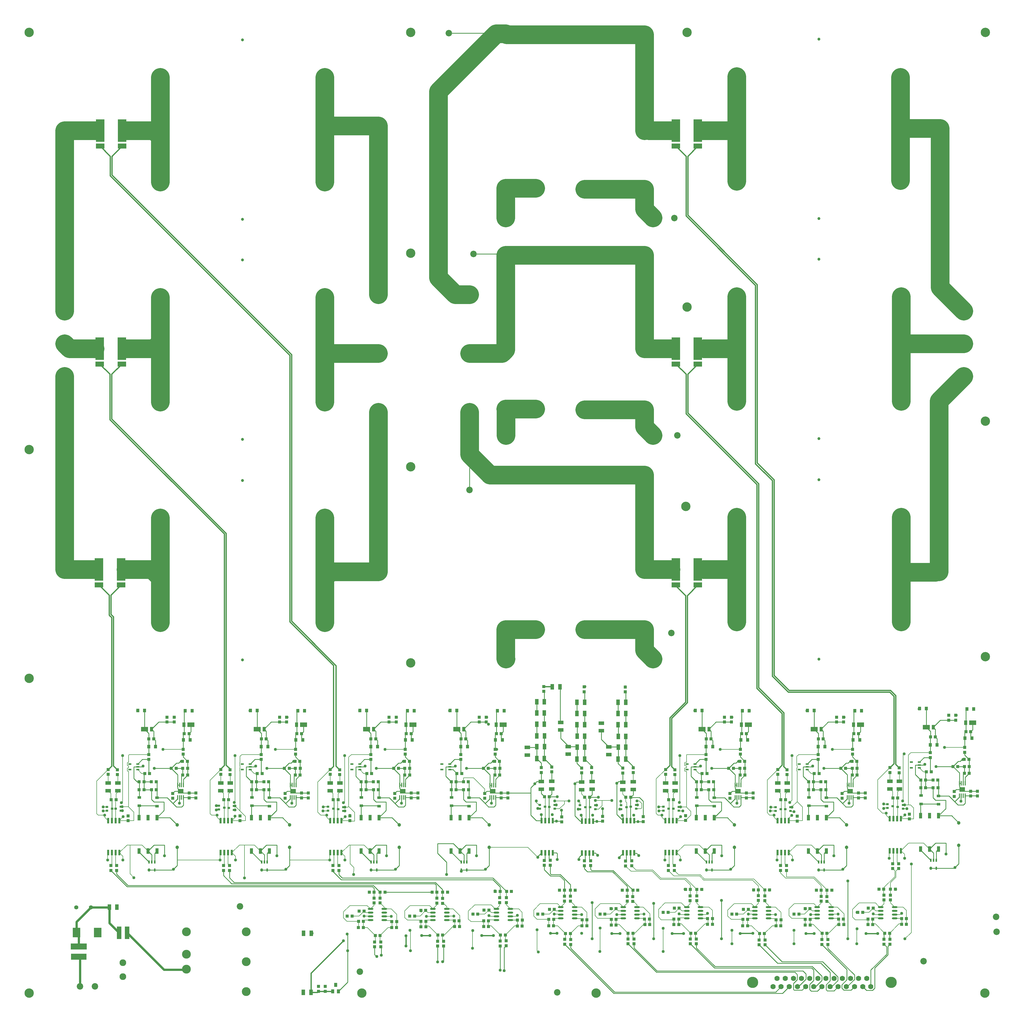
<source format=gtl>
G04 Layer_Physical_Order=1*
G04 Layer_Color=255*
%FSLAX25Y25*%
%MOIN*%
G70*
G01*
G75*
%ADD10O,0.07480X0.02362*%
%ADD11R,0.07480X0.04724*%
%ADD12R,0.04724X0.07480*%
%ADD13R,0.04331X0.04331*%
%ADD14R,0.04331X0.04331*%
%ADD15R,0.03543X0.02756*%
%ADD16R,0.10236X0.12598*%
%ADD17R,0.20866X0.07874*%
%ADD18R,0.21654X0.07874*%
%ADD19R,0.06299X0.16929*%
%ADD20R,0.03937X0.05512*%
%ADD21R,0.01575X0.06299*%
%ADD22R,0.07441X0.06181*%
%ADD23R,0.02362X0.04331*%
%ADD24R,0.04331X0.02362*%
%ADD25R,0.02520X0.07500*%
%ADD26R,0.04488X0.07480*%
%ADD27R,0.11614X0.30000*%
%ADD28R,0.11614X0.06614*%
%ADD29R,0.04134X0.05905*%
%ADD30R,0.09449X0.05905*%
%ADD31R,0.04331X0.05118*%
%ADD32R,0.04803X0.03583*%
%ADD33C,0.00787*%
%ADD34C,0.01000*%
%ADD35C,0.25000*%
%ADD36C,0.01575*%
%ADD37C,0.03000*%
%ADD38C,0.12520*%
%ADD39C,0.10236*%
%ADD40C,0.03937*%
%ADD41C,0.09000*%
%ADD42C,0.11811*%
%ADD43C,0.05512*%
%ADD44C,0.08661*%
%ADD45C,0.07000*%
%ADD46C,0.15000*%
%ADD47C,0.04724*%
%ADD48C,0.13386*%
%ADD49C,0.04000*%
%ADD50C,0.05000*%
D10*
X496256Y121500D02*
D03*
Y126500D02*
D03*
Y131500D02*
D03*
Y136500D02*
D03*
X477752Y121500D02*
D03*
Y126500D02*
D03*
Y131500D02*
D03*
Y136500D02*
D03*
X579756Y121500D02*
D03*
Y126500D02*
D03*
Y131500D02*
D03*
Y136500D02*
D03*
X561252Y121500D02*
D03*
Y126500D02*
D03*
Y131500D02*
D03*
Y136500D02*
D03*
X664756Y121500D02*
D03*
Y126500D02*
D03*
Y131500D02*
D03*
Y136500D02*
D03*
X646252Y121500D02*
D03*
Y126500D02*
D03*
Y131500D02*
D03*
Y136500D02*
D03*
X750752Y124000D02*
D03*
Y129000D02*
D03*
Y134000D02*
D03*
Y139000D02*
D03*
X732248Y124000D02*
D03*
Y129000D02*
D03*
Y134000D02*
D03*
Y139000D02*
D03*
X834252Y124000D02*
D03*
Y129000D02*
D03*
Y134000D02*
D03*
Y139000D02*
D03*
X815748Y124000D02*
D03*
Y129000D02*
D03*
Y134000D02*
D03*
Y139000D02*
D03*
X900748D02*
D03*
Y134000D02*
D03*
Y129000D02*
D03*
Y124000D02*
D03*
X919252Y139000D02*
D03*
Y134000D02*
D03*
Y129000D02*
D03*
Y124000D02*
D03*
X991748Y139000D02*
D03*
Y134000D02*
D03*
Y129000D02*
D03*
Y124000D02*
D03*
X1010252Y139000D02*
D03*
Y134000D02*
D03*
Y129000D02*
D03*
Y124000D02*
D03*
X1075248Y139000D02*
D03*
Y134000D02*
D03*
Y129000D02*
D03*
Y124000D02*
D03*
X1093752Y139000D02*
D03*
Y134000D02*
D03*
Y129000D02*
D03*
Y124000D02*
D03*
X1160248Y139000D02*
D03*
Y134000D02*
D03*
Y129000D02*
D03*
Y124000D02*
D03*
X1178752Y139000D02*
D03*
Y134000D02*
D03*
Y129000D02*
D03*
Y124000D02*
D03*
D11*
X687500Y352500D02*
D03*
Y342264D02*
D03*
X732000Y375764D02*
D03*
Y386000D02*
D03*
X796500Y353118D02*
D03*
Y342882D02*
D03*
X742000Y353618D02*
D03*
Y343382D02*
D03*
X786500Y374764D02*
D03*
Y385000D02*
D03*
X423900Y294496D02*
D03*
Y304732D02*
D03*
X436700Y294496D02*
D03*
Y304732D02*
D03*
X277372Y294496D02*
D03*
Y304732D02*
D03*
X290172Y294496D02*
D03*
Y304732D02*
D03*
X126872Y294496D02*
D03*
Y304732D02*
D03*
X139672Y294496D02*
D03*
Y304732D02*
D03*
X815000Y295748D02*
D03*
Y305984D02*
D03*
X829000Y296248D02*
D03*
Y306484D02*
D03*
X759996Y295996D02*
D03*
Y306232D02*
D03*
X773996Y296496D02*
D03*
Y306732D02*
D03*
X706118Y296500D02*
D03*
Y306736D02*
D03*
X720118Y297000D02*
D03*
Y307236D02*
D03*
X1172372Y296996D02*
D03*
Y307232D02*
D03*
X1185172Y296996D02*
D03*
Y307232D02*
D03*
X872400Y294496D02*
D03*
Y304732D02*
D03*
X885200Y294496D02*
D03*
Y304732D02*
D03*
X1022400Y294496D02*
D03*
Y304732D02*
D03*
X1035200Y294496D02*
D03*
Y304732D02*
D03*
D12*
X731000Y433500D02*
D03*
X720764D02*
D03*
X398118Y25000D02*
D03*
X387882D02*
D03*
X398500Y104000D02*
D03*
X388264D02*
D03*
X128382Y139000D02*
D03*
X138618D02*
D03*
X819236Y367248D02*
D03*
X809000D02*
D03*
X808882Y382748D02*
D03*
X819118D02*
D03*
Y336748D02*
D03*
X808882D02*
D03*
X819236Y352748D02*
D03*
X809000D02*
D03*
X819118Y397748D02*
D03*
X808882D02*
D03*
Y412748D02*
D03*
X819118D02*
D03*
X764232Y367496D02*
D03*
X753996D02*
D03*
X753878Y382996D02*
D03*
X764114D02*
D03*
Y336996D02*
D03*
X753878D02*
D03*
X764232Y352996D02*
D03*
X753996D02*
D03*
X764114Y397996D02*
D03*
X753878D02*
D03*
Y412996D02*
D03*
X764114D02*
D03*
X710354Y368000D02*
D03*
X700118D02*
D03*
X700000Y383500D02*
D03*
X710236D02*
D03*
Y337500D02*
D03*
X700000D02*
D03*
X710354Y353500D02*
D03*
X700118D02*
D03*
X710236Y398500D02*
D03*
X700000D02*
D03*
Y413500D02*
D03*
X710236D02*
D03*
D13*
X1164500Y95748D02*
D03*
Y89252D02*
D03*
X1172500Y95748D02*
D03*
Y89252D02*
D03*
X1089500Y95496D02*
D03*
Y89000D02*
D03*
X1081500Y95496D02*
D03*
Y89000D02*
D03*
X1005500Y94996D02*
D03*
Y88500D02*
D03*
X913500Y96248D02*
D03*
Y89752D02*
D03*
X905500Y96248D02*
D03*
Y89752D02*
D03*
X830000Y96248D02*
D03*
Y89752D02*
D03*
X822000Y96248D02*
D03*
Y89752D02*
D03*
X745500Y95500D02*
D03*
Y89004D02*
D03*
X737500Y95748D02*
D03*
Y89252D02*
D03*
X997500Y94996D02*
D03*
Y88500D02*
D03*
X659000Y93748D02*
D03*
Y87252D02*
D03*
X651000Y93500D02*
D03*
Y87004D02*
D03*
X575500Y93248D02*
D03*
Y86752D02*
D03*
X567500Y93248D02*
D03*
Y86752D02*
D03*
X491500Y92248D02*
D03*
Y85752D02*
D03*
X483000Y92248D02*
D03*
Y85752D02*
D03*
X720000Y326248D02*
D03*
Y319752D02*
D03*
X773500Y325496D02*
D03*
Y319000D02*
D03*
X829000Y325248D02*
D03*
Y318752D02*
D03*
X650504Y151496D02*
D03*
Y145000D02*
D03*
X659504Y151496D02*
D03*
Y145000D02*
D03*
X566504Y150748D02*
D03*
Y144252D02*
D03*
X574004Y150496D02*
D03*
Y144000D02*
D03*
X482504Y150996D02*
D03*
Y144500D02*
D03*
X490504Y150996D02*
D03*
Y144500D02*
D03*
X1164500Y155000D02*
D03*
Y148504D02*
D03*
X905000Y153996D02*
D03*
Y147500D02*
D03*
X1173000Y155000D02*
D03*
Y148504D02*
D03*
X914000Y153996D02*
D03*
Y147500D02*
D03*
X1080500Y153248D02*
D03*
Y146752D02*
D03*
X821000Y153248D02*
D03*
Y146752D02*
D03*
X1088000Y152996D02*
D03*
Y146500D02*
D03*
X828500Y152996D02*
D03*
Y146500D02*
D03*
X996500Y154248D02*
D03*
Y147752D02*
D03*
X737000Y153496D02*
D03*
Y147000D02*
D03*
X1005000Y153996D02*
D03*
Y147500D02*
D03*
X745000Y153496D02*
D03*
Y147000D02*
D03*
X512028Y393000D02*
D03*
Y386504D02*
D03*
X502528Y392996D02*
D03*
Y386500D02*
D03*
X427500Y188000D02*
D03*
Y194496D02*
D03*
X435500Y188000D02*
D03*
Y194496D02*
D03*
X450000Y254504D02*
D03*
Y261000D02*
D03*
X365500Y393000D02*
D03*
Y386504D02*
D03*
X356000Y392996D02*
D03*
Y386500D02*
D03*
X280972Y188000D02*
D03*
Y194496D02*
D03*
X288972Y188000D02*
D03*
Y194496D02*
D03*
X302972Y254496D02*
D03*
Y260992D02*
D03*
X215000Y393000D02*
D03*
Y386504D02*
D03*
X205500Y392996D02*
D03*
Y386500D02*
D03*
X130472Y188000D02*
D03*
Y194496D02*
D03*
X138000Y188000D02*
D03*
Y194496D02*
D03*
X153500Y254504D02*
D03*
Y261000D02*
D03*
X815000Y324748D02*
D03*
Y318252D02*
D03*
X818882Y194000D02*
D03*
Y200496D02*
D03*
X827000Y194248D02*
D03*
Y200744D02*
D03*
X842500Y253252D02*
D03*
Y259748D02*
D03*
X759996Y324996D02*
D03*
Y318500D02*
D03*
X763878Y194248D02*
D03*
Y200744D02*
D03*
X771996Y194496D02*
D03*
Y200992D02*
D03*
X788000Y253752D02*
D03*
Y260248D02*
D03*
X706118Y325500D02*
D03*
Y319004D02*
D03*
X710000Y194752D02*
D03*
Y201248D02*
D03*
X718118Y195000D02*
D03*
Y201496D02*
D03*
X733500Y253000D02*
D03*
Y259496D02*
D03*
X632500Y392972D02*
D03*
Y386476D02*
D03*
X623000Y392969D02*
D03*
Y386472D02*
D03*
X1260500Y395500D02*
D03*
Y389004D02*
D03*
X1251000Y395496D02*
D03*
Y389000D02*
D03*
X1175972Y190500D02*
D03*
Y196996D02*
D03*
X1183972Y190500D02*
D03*
Y196996D02*
D03*
X1198500Y256752D02*
D03*
Y263248D02*
D03*
X960528Y393000D02*
D03*
Y386504D02*
D03*
X951028Y392996D02*
D03*
Y386500D02*
D03*
X876000Y188000D02*
D03*
Y194496D02*
D03*
X884000Y188000D02*
D03*
Y194496D02*
D03*
X899000Y254752D02*
D03*
Y261248D02*
D03*
X1110528Y393000D02*
D03*
Y386504D02*
D03*
X1101028Y392996D02*
D03*
Y386500D02*
D03*
X1026000Y188000D02*
D03*
Y194496D02*
D03*
X1034000Y188000D02*
D03*
Y194496D02*
D03*
X1048500Y254000D02*
D03*
Y260496D02*
D03*
X524028Y349996D02*
D03*
Y343500D02*
D03*
X478028Y342996D02*
D03*
Y336500D02*
D03*
X423900Y316496D02*
D03*
Y322992D02*
D03*
X436300Y316096D02*
D03*
Y322592D02*
D03*
X377500Y349996D02*
D03*
Y343500D02*
D03*
X331500Y342996D02*
D03*
Y336500D02*
D03*
X277372Y316496D02*
D03*
Y322992D02*
D03*
X289772Y316096D02*
D03*
Y322592D02*
D03*
X227000Y349996D02*
D03*
Y343500D02*
D03*
X181000Y342996D02*
D03*
Y336500D02*
D03*
X126872Y316496D02*
D03*
Y322992D02*
D03*
X139272Y316096D02*
D03*
Y322592D02*
D03*
X818500Y426752D02*
D03*
Y433248D02*
D03*
X763496Y427000D02*
D03*
Y433496D02*
D03*
X709618Y427504D02*
D03*
Y434000D02*
D03*
X644500Y349969D02*
D03*
Y343472D02*
D03*
X598500Y342969D02*
D03*
Y336472D02*
D03*
X1272500Y352496D02*
D03*
Y346000D02*
D03*
X1226500Y345496D02*
D03*
Y339000D02*
D03*
X1172372Y318996D02*
D03*
Y325492D02*
D03*
X1184772Y318596D02*
D03*
Y325092D02*
D03*
X972528Y349996D02*
D03*
Y343500D02*
D03*
X926528Y342996D02*
D03*
Y336500D02*
D03*
X872400Y316496D02*
D03*
Y322992D02*
D03*
X884800Y316096D02*
D03*
Y322592D02*
D03*
X1122528Y349996D02*
D03*
Y343500D02*
D03*
X1076528Y342996D02*
D03*
Y336500D02*
D03*
X1022400Y316496D02*
D03*
Y322992D02*
D03*
X1034800Y316096D02*
D03*
Y322592D02*
D03*
X408000Y26252D02*
D03*
Y32748D02*
D03*
X417000Y26252D02*
D03*
Y32748D02*
D03*
X510028Y284500D02*
D03*
Y290996D02*
D03*
X541028Y285004D02*
D03*
Y291500D02*
D03*
X532028Y285000D02*
D03*
Y291496D02*
D03*
X363500Y284500D02*
D03*
Y290996D02*
D03*
X394500Y285004D02*
D03*
Y291500D02*
D03*
X385500Y285000D02*
D03*
Y291496D02*
D03*
X213000Y284500D02*
D03*
Y290996D02*
D03*
X244000Y285004D02*
D03*
Y291500D02*
D03*
X235000Y285000D02*
D03*
Y291496D02*
D03*
X630500Y284472D02*
D03*
Y290968D02*
D03*
X661500Y284976D02*
D03*
Y291472D02*
D03*
X652500Y284972D02*
D03*
Y291469D02*
D03*
X1258500Y287000D02*
D03*
Y293496D02*
D03*
X1289500Y287504D02*
D03*
Y294000D02*
D03*
X1280500Y287500D02*
D03*
Y293996D02*
D03*
X958528Y284500D02*
D03*
Y290996D02*
D03*
X989528Y285004D02*
D03*
Y291500D02*
D03*
X980528Y285000D02*
D03*
Y291496D02*
D03*
X1108528Y284500D02*
D03*
Y290996D02*
D03*
X1139528Y285004D02*
D03*
Y291500D02*
D03*
X1130528Y285000D02*
D03*
Y291496D02*
D03*
D14*
X680748Y121500D02*
D03*
X674252D02*
D03*
X650748Y324500D02*
D03*
X644252D02*
D03*
X629008Y120500D02*
D03*
X635504D02*
D03*
X644508Y160000D02*
D03*
X651004D02*
D03*
X651504Y101500D02*
D03*
X658000D02*
D03*
X666252Y160000D02*
D03*
X659756D02*
D03*
X621252Y129500D02*
D03*
X614756D02*
D03*
X545256Y120000D02*
D03*
X551752D02*
D03*
X560008Y159000D02*
D03*
X566504D02*
D03*
X567756Y101500D02*
D03*
X574252D02*
D03*
X580752Y159000D02*
D03*
X574256D02*
D03*
X536752Y127000D02*
D03*
X530256D02*
D03*
X596252Y120500D02*
D03*
X589756D02*
D03*
X461756Y120000D02*
D03*
X468252D02*
D03*
X476008Y159000D02*
D03*
X482504D02*
D03*
X484008Y101000D02*
D03*
X490504D02*
D03*
X497004Y159000D02*
D03*
X490508D02*
D03*
X453000Y127000D02*
D03*
X446504D02*
D03*
X512752Y119500D02*
D03*
X506256D02*
D03*
X1143004Y123000D02*
D03*
X1149500D02*
D03*
X1157752Y163000D02*
D03*
X1164248D02*
D03*
X883504Y123000D02*
D03*
X890000D02*
D03*
X899004Y162500D02*
D03*
X905500D02*
D03*
X1165500Y104000D02*
D03*
X1171996D02*
D03*
X906000D02*
D03*
X912496D02*
D03*
X1179748Y163000D02*
D03*
X1173252D02*
D03*
X920748Y162500D02*
D03*
X914252D02*
D03*
X1135996Y132000D02*
D03*
X1129500D02*
D03*
X875748D02*
D03*
X869252D02*
D03*
X1194496Y123500D02*
D03*
X1188000D02*
D03*
X934996D02*
D03*
X928500D02*
D03*
X1059252Y122500D02*
D03*
X1065748D02*
D03*
X1074004Y161500D02*
D03*
X1080500D02*
D03*
X799752Y122500D02*
D03*
X806248D02*
D03*
X814504Y161500D02*
D03*
X821000D02*
D03*
X1081752Y104000D02*
D03*
X1088248D02*
D03*
X822252D02*
D03*
X828748D02*
D03*
X1094748Y161500D02*
D03*
X1088252D02*
D03*
X835248D02*
D03*
X828752D02*
D03*
X1050748Y129500D02*
D03*
X1044252D02*
D03*
X791248D02*
D03*
X784752D02*
D03*
X1110248Y123000D02*
D03*
X1103752D02*
D03*
X850748D02*
D03*
X844252D02*
D03*
X975752Y122500D02*
D03*
X982248D02*
D03*
X990004Y162000D02*
D03*
X996500D02*
D03*
X716252Y122500D02*
D03*
X722748D02*
D03*
X730504Y161500D02*
D03*
X737000D02*
D03*
X998004Y103500D02*
D03*
X1004500D02*
D03*
X738504D02*
D03*
X745000D02*
D03*
X1011496Y162000D02*
D03*
X1005000D02*
D03*
X751500Y161500D02*
D03*
X745004D02*
D03*
X967496Y129500D02*
D03*
X961000D02*
D03*
X707996D02*
D03*
X701500D02*
D03*
X1026748Y122000D02*
D03*
X1020252D02*
D03*
X767248D02*
D03*
X760752D02*
D03*
X368996Y324500D02*
D03*
X362500D02*
D03*
X383748D02*
D03*
X377252D02*
D03*
X515248D02*
D03*
X508752D02*
D03*
X217748D02*
D03*
X211252D02*
D03*
X530028Y324496D02*
D03*
X523531D02*
D03*
X232996Y324500D02*
D03*
X226500D02*
D03*
X635248Y324472D02*
D03*
X628752D02*
D03*
X1263248Y327000D02*
D03*
X1256752D02*
D03*
X1278496D02*
D03*
X1272000D02*
D03*
X1113248Y324500D02*
D03*
X1106752D02*
D03*
X1128524D02*
D03*
X1122028D02*
D03*
X963276D02*
D03*
X956779D02*
D03*
X978248D02*
D03*
X971752D02*
D03*
X629008Y113000D02*
D03*
X635504D02*
D03*
X636004Y135000D02*
D03*
X629508D02*
D03*
X680500Y113500D02*
D03*
X674004D02*
D03*
X545256Y112500D02*
D03*
X551752D02*
D03*
X551504Y134500D02*
D03*
X545008D02*
D03*
X596752Y113000D02*
D03*
X590256D02*
D03*
X461508Y111500D02*
D03*
X468004D02*
D03*
X469004Y133500D02*
D03*
X462508D02*
D03*
X512500Y111500D02*
D03*
X506004D02*
D03*
X1143004Y115500D02*
D03*
X1149500D02*
D03*
X883504D02*
D03*
X890000D02*
D03*
X1150000Y137500D02*
D03*
X1143504D02*
D03*
X890500D02*
D03*
X884004D02*
D03*
X1194496Y116000D02*
D03*
X1188000D02*
D03*
X934996D02*
D03*
X928500D02*
D03*
X1059252Y115000D02*
D03*
X1065748D02*
D03*
X799752D02*
D03*
X806248D02*
D03*
X1065500Y137000D02*
D03*
X1059004D02*
D03*
X806000D02*
D03*
X799504D02*
D03*
X1110748Y115500D02*
D03*
X1104252D02*
D03*
X851248D02*
D03*
X844752D02*
D03*
X975504Y114000D02*
D03*
X982000D02*
D03*
X716004D02*
D03*
X722500D02*
D03*
X983000Y136000D02*
D03*
X976504D02*
D03*
X723500D02*
D03*
X717004D02*
D03*
X1026496Y114000D02*
D03*
X1020000D02*
D03*
X766996D02*
D03*
X760500D02*
D03*
X529776Y334000D02*
D03*
X523279D02*
D03*
X525531Y371000D02*
D03*
X532028D02*
D03*
X523531Y315500D02*
D03*
X530028D02*
D03*
X481531Y306500D02*
D03*
X488028D02*
D03*
X481779Y296000D02*
D03*
X488276D02*
D03*
X478279Y364000D02*
D03*
X484776D02*
D03*
X479276Y317500D02*
D03*
X472780D02*
D03*
X465279Y306500D02*
D03*
X471776D02*
D03*
X465279Y296000D02*
D03*
X471776D02*
D03*
X427852Y282496D02*
D03*
X434348D02*
D03*
X383248Y334000D02*
D03*
X376752D02*
D03*
X379004Y371000D02*
D03*
X385500D02*
D03*
X377004Y315500D02*
D03*
X383500D02*
D03*
X335004Y306500D02*
D03*
X341500D02*
D03*
X335252Y296000D02*
D03*
X341748D02*
D03*
X331752Y364000D02*
D03*
X338248D02*
D03*
X332748Y317500D02*
D03*
X326252D02*
D03*
X318752Y306500D02*
D03*
X325248D02*
D03*
X318752Y296000D02*
D03*
X325248D02*
D03*
X281324Y282496D02*
D03*
X287821D02*
D03*
X232748Y334000D02*
D03*
X226252D02*
D03*
X228504Y371000D02*
D03*
X235000D02*
D03*
X226504Y315500D02*
D03*
X233000D02*
D03*
X184504Y306500D02*
D03*
X191000D02*
D03*
X184752Y296000D02*
D03*
X191248D02*
D03*
X181252Y364000D02*
D03*
X187748D02*
D03*
X182248Y317500D02*
D03*
X175752D02*
D03*
X168252Y306500D02*
D03*
X174748D02*
D03*
X168252Y296000D02*
D03*
X174748D02*
D03*
X130824Y282496D02*
D03*
X137320D02*
D03*
X819252Y285748D02*
D03*
X825748D02*
D03*
X764248Y285996D02*
D03*
X770744D02*
D03*
X710370Y286500D02*
D03*
X716866D02*
D03*
X650248Y333972D02*
D03*
X643752D02*
D03*
X646004Y370972D02*
D03*
X652500D02*
D03*
X644004Y315472D02*
D03*
X650500D02*
D03*
X602004Y306472D02*
D03*
X608500D02*
D03*
X602252Y295972D02*
D03*
X608748D02*
D03*
X598752Y363972D02*
D03*
X605248D02*
D03*
X599748Y317472D02*
D03*
X593252D02*
D03*
X585752Y306472D02*
D03*
X592248D02*
D03*
X585752Y295972D02*
D03*
X592248D02*
D03*
X1278248Y336500D02*
D03*
X1271752D02*
D03*
X1274004Y373500D02*
D03*
X1280500D02*
D03*
X1272004Y318000D02*
D03*
X1278500D02*
D03*
X1230004Y309000D02*
D03*
X1236500D02*
D03*
X1230252Y298500D02*
D03*
X1236748D02*
D03*
X1226752Y366500D02*
D03*
X1233248D02*
D03*
X1227748Y320000D02*
D03*
X1221252D02*
D03*
X1213752Y309000D02*
D03*
X1220248D02*
D03*
X1213752Y298500D02*
D03*
X1220248D02*
D03*
X1176324Y284996D02*
D03*
X1182821D02*
D03*
X978276Y334000D02*
D03*
X971780D02*
D03*
X974032Y371000D02*
D03*
X980528D02*
D03*
X972031Y315500D02*
D03*
X978528D02*
D03*
X930031Y306500D02*
D03*
X936528D02*
D03*
X930280Y296000D02*
D03*
X936776D02*
D03*
X926779Y364000D02*
D03*
X933276D02*
D03*
X927776Y317500D02*
D03*
X921280D02*
D03*
X913780Y306500D02*
D03*
X920276D02*
D03*
X913780Y296000D02*
D03*
X920276D02*
D03*
X876352Y282496D02*
D03*
X882848D02*
D03*
X1128276Y334000D02*
D03*
X1121780D02*
D03*
X1124032Y371000D02*
D03*
X1130528D02*
D03*
X1122031Y315500D02*
D03*
X1128528D02*
D03*
X1080031Y306500D02*
D03*
X1086528D02*
D03*
X1080280Y296000D02*
D03*
X1086776D02*
D03*
X1076779Y364000D02*
D03*
X1083276D02*
D03*
X1077776Y317500D02*
D03*
X1071280D02*
D03*
X1063780Y306500D02*
D03*
X1070276D02*
D03*
X1063780Y296000D02*
D03*
X1070276D02*
D03*
X1026352Y282496D02*
D03*
X1032848D02*
D03*
D15*
X420913Y267941D02*
D03*
Y273059D02*
D03*
X428000Y270500D02*
D03*
X869413Y267941D02*
D03*
Y273059D02*
D03*
X876500Y270500D02*
D03*
X441500Y272500D02*
D03*
Y267382D02*
D03*
X434413Y269941D02*
D03*
X274913Y269441D02*
D03*
Y274559D02*
D03*
X282000Y272000D02*
D03*
X295087Y274059D02*
D03*
Y268941D02*
D03*
X288000Y271500D02*
D03*
X125000Y267882D02*
D03*
Y273000D02*
D03*
X132087Y270441D02*
D03*
X143759Y273059D02*
D03*
Y267941D02*
D03*
X136672Y270500D02*
D03*
X812913Y269941D02*
D03*
Y275059D02*
D03*
X820000Y272500D02*
D03*
X833000Y275618D02*
D03*
Y270500D02*
D03*
X825913Y273059D02*
D03*
X757913Y269941D02*
D03*
Y275059D02*
D03*
X765000Y272500D02*
D03*
X778587Y275059D02*
D03*
Y269941D02*
D03*
X771500Y272500D02*
D03*
X704000Y270500D02*
D03*
Y275618D02*
D03*
X711087Y273059D02*
D03*
X724000Y275500D02*
D03*
Y270382D02*
D03*
X716913Y272941D02*
D03*
X1169000Y271382D02*
D03*
Y276500D02*
D03*
X1176087Y273941D02*
D03*
X1190000Y275500D02*
D03*
Y270382D02*
D03*
X1182913Y272941D02*
D03*
X890000Y273000D02*
D03*
Y267882D02*
D03*
X882913Y270441D02*
D03*
X1019500Y267382D02*
D03*
Y272500D02*
D03*
X1026587Y269941D02*
D03*
X1039500Y272500D02*
D03*
Y267382D02*
D03*
X1032413Y269941D02*
D03*
D16*
X112847Y105000D02*
D03*
X84500D02*
D03*
D17*
X87500Y72500D02*
D03*
D18*
Y86279D02*
D03*
D19*
X152130Y104500D02*
D03*
X141500D02*
D03*
D20*
X434740Y26169D02*
D03*
X427260D02*
D03*
X431000Y34831D02*
D03*
D21*
X524528Y285500D02*
D03*
X521969D02*
D03*
X519410D02*
D03*
X516850D02*
D03*
Y302035D02*
D03*
X519410D02*
D03*
X521969D02*
D03*
X524528D02*
D03*
X378000Y285500D02*
D03*
X375441D02*
D03*
X372882D02*
D03*
X370323D02*
D03*
Y302035D02*
D03*
X372882D02*
D03*
X375441D02*
D03*
X378000D02*
D03*
X227500Y285500D02*
D03*
X224941D02*
D03*
X222382D02*
D03*
X219823D02*
D03*
Y302035D02*
D03*
X222382D02*
D03*
X224941D02*
D03*
X227500D02*
D03*
X645000Y285472D02*
D03*
X642441D02*
D03*
X639882D02*
D03*
X637323D02*
D03*
Y302008D02*
D03*
X639882D02*
D03*
X642441D02*
D03*
X645000D02*
D03*
X1273000Y288000D02*
D03*
X1270441D02*
D03*
X1267882D02*
D03*
X1265323D02*
D03*
Y304535D02*
D03*
X1267882D02*
D03*
X1270441D02*
D03*
X1273000D02*
D03*
X973028Y285500D02*
D03*
X970469D02*
D03*
X967909D02*
D03*
X965350D02*
D03*
Y302035D02*
D03*
X967909D02*
D03*
X970469D02*
D03*
X973028D02*
D03*
X1123028Y285500D02*
D03*
X1120469D02*
D03*
X1117909D02*
D03*
X1115350D02*
D03*
Y302035D02*
D03*
X1117909D02*
D03*
X1120469D02*
D03*
X1123028D02*
D03*
D22*
X520689Y293768D02*
D03*
X374161D02*
D03*
X223661D02*
D03*
X641161Y293740D02*
D03*
X1269161Y296268D02*
D03*
X969189Y293768D02*
D03*
X1119189D02*
D03*
D23*
X478547Y199130D02*
D03*
X482287D02*
D03*
X486028D02*
D03*
Y188500D02*
D03*
X478547D02*
D03*
X332020Y199130D02*
D03*
X335760D02*
D03*
X339500D02*
D03*
Y188500D02*
D03*
X332020D02*
D03*
X181520Y199130D02*
D03*
X185260D02*
D03*
X189000D02*
D03*
Y188500D02*
D03*
X181520D02*
D03*
X599020Y199102D02*
D03*
X602760D02*
D03*
X606500D02*
D03*
Y188472D02*
D03*
X599020D02*
D03*
X1227020Y201630D02*
D03*
X1230760D02*
D03*
X1234500D02*
D03*
Y191000D02*
D03*
X1227020D02*
D03*
X927047Y199130D02*
D03*
X930787D02*
D03*
X934528D02*
D03*
Y188500D02*
D03*
X927047D02*
D03*
X1077047Y199130D02*
D03*
X1080787D02*
D03*
X1084528D02*
D03*
Y188500D02*
D03*
X1077047D02*
D03*
D24*
X463343Y330240D02*
D03*
Y326500D02*
D03*
Y322760D02*
D03*
X452713D02*
D03*
Y330240D02*
D03*
X316815D02*
D03*
Y326500D02*
D03*
Y322760D02*
D03*
X306185D02*
D03*
Y330240D02*
D03*
X166315D02*
D03*
Y326500D02*
D03*
Y322760D02*
D03*
X155685D02*
D03*
Y330240D02*
D03*
X583815Y330213D02*
D03*
Y326472D02*
D03*
Y322732D02*
D03*
X573185D02*
D03*
Y330213D02*
D03*
X1211815Y332740D02*
D03*
Y329000D02*
D03*
Y325260D02*
D03*
X1201185D02*
D03*
Y332740D02*
D03*
X911843Y330240D02*
D03*
Y326500D02*
D03*
Y322760D02*
D03*
X901213D02*
D03*
Y330240D02*
D03*
X1061843D02*
D03*
Y326500D02*
D03*
Y322760D02*
D03*
X1051213D02*
D03*
Y330240D02*
D03*
D25*
X438700Y211696D02*
D03*
X423700D02*
D03*
X428700D02*
D03*
X433700D02*
D03*
X423700Y254609D02*
D03*
X428700D02*
D03*
X433700D02*
D03*
X438700D02*
D03*
X292172Y211696D02*
D03*
X277172D02*
D03*
X282172D02*
D03*
X287172D02*
D03*
X277172Y254609D02*
D03*
X282172D02*
D03*
X287172D02*
D03*
X292172D02*
D03*
X141672Y211696D02*
D03*
X126672D02*
D03*
X131672D02*
D03*
X136672D02*
D03*
X126672Y254609D02*
D03*
X131672D02*
D03*
X136672D02*
D03*
X141672D02*
D03*
X830500Y211500D02*
D03*
X815500D02*
D03*
X820500D02*
D03*
X825500D02*
D03*
X815500Y254413D02*
D03*
X820500D02*
D03*
X825500D02*
D03*
X830500D02*
D03*
X775496Y211083D02*
D03*
X760496D02*
D03*
X765496D02*
D03*
X770496D02*
D03*
X760496Y253996D02*
D03*
X765496D02*
D03*
X770496D02*
D03*
X775496D02*
D03*
X721618Y211587D02*
D03*
X706618D02*
D03*
X711618D02*
D03*
X716618D02*
D03*
X706618Y254500D02*
D03*
X711618D02*
D03*
X716618D02*
D03*
X721618D02*
D03*
X1187172Y214196D02*
D03*
X1172172D02*
D03*
X1177172D02*
D03*
X1182172D02*
D03*
X1172172Y257109D02*
D03*
X1177172D02*
D03*
X1182172D02*
D03*
X1187172D02*
D03*
X887200Y211696D02*
D03*
X872200D02*
D03*
X877200D02*
D03*
X882200D02*
D03*
X872200Y254609D02*
D03*
X877200D02*
D03*
X882200D02*
D03*
X887200D02*
D03*
X1037200Y211696D02*
D03*
X1022200D02*
D03*
X1027200D02*
D03*
X1032200D02*
D03*
X1022200Y254609D02*
D03*
X1027200D02*
D03*
X1032200D02*
D03*
X1037200D02*
D03*
D26*
X465020Y258528D02*
D03*
X477028D02*
D03*
X489035D02*
D03*
Y214000D02*
D03*
X477028D02*
D03*
X465020D02*
D03*
X318492Y258528D02*
D03*
X330500D02*
D03*
X342508D02*
D03*
Y214000D02*
D03*
X330500D02*
D03*
X318492D02*
D03*
X167992Y258528D02*
D03*
X180000D02*
D03*
X192008D02*
D03*
Y214000D02*
D03*
X180000D02*
D03*
X167992D02*
D03*
X585492Y258500D02*
D03*
X597500D02*
D03*
X609508D02*
D03*
Y213972D02*
D03*
X597500D02*
D03*
X585492D02*
D03*
X1213492Y261028D02*
D03*
X1225500D02*
D03*
X1237508D02*
D03*
Y216500D02*
D03*
X1225500D02*
D03*
X1213492D02*
D03*
X913520Y258528D02*
D03*
X925528D02*
D03*
X937535D02*
D03*
Y214000D02*
D03*
X925528D02*
D03*
X913520D02*
D03*
X1063520Y258528D02*
D03*
X1075528D02*
D03*
X1087535D02*
D03*
Y214000D02*
D03*
X1075528D02*
D03*
X1063520D02*
D03*
D27*
X114591Y590500D02*
D03*
X144000D02*
D03*
X886091D02*
D03*
X915500D02*
D03*
X115591Y886000D02*
D03*
X145000D02*
D03*
X886091D02*
D03*
X915500D02*
D03*
X116000Y1177500D02*
D03*
X145409D02*
D03*
X886091D02*
D03*
X915500D02*
D03*
D28*
X114591Y569791D02*
D03*
X144000D02*
D03*
X886091D02*
D03*
X915500D02*
D03*
X115591Y865291D02*
D03*
X145000D02*
D03*
X886091D02*
D03*
X915500D02*
D03*
X116000Y1156791D02*
D03*
X145409D02*
D03*
X886091D02*
D03*
X915500D02*
D03*
D29*
X525177Y383000D02*
D03*
X481878Y377000D02*
D03*
X378650Y383000D02*
D03*
X335350Y377000D02*
D03*
X228150Y383000D02*
D03*
X184850Y377000D02*
D03*
X645650Y382972D02*
D03*
X602350Y376972D02*
D03*
X1273650Y385500D02*
D03*
X1230350Y379500D02*
D03*
X973677Y383000D02*
D03*
X930378Y377000D02*
D03*
X1123677Y383000D02*
D03*
X1080378Y377000D02*
D03*
D30*
X534528Y383000D02*
D03*
X472528Y377000D02*
D03*
X388000Y383000D02*
D03*
X326000Y377000D02*
D03*
X237500Y383000D02*
D03*
X175500Y377000D02*
D03*
X655000Y382972D02*
D03*
X593000Y376972D02*
D03*
X1283000Y385500D02*
D03*
X1221000Y379500D02*
D03*
X983028Y383000D02*
D03*
X921028Y377000D02*
D03*
X1133028Y383000D02*
D03*
X1071028Y377000D02*
D03*
D31*
X536028Y401500D02*
D03*
X526972D02*
D03*
X472555Y402000D02*
D03*
X463500D02*
D03*
X389500Y401500D02*
D03*
X380445D02*
D03*
X326028Y402000D02*
D03*
X316972D02*
D03*
X239000Y401500D02*
D03*
X229945D02*
D03*
X175528Y402000D02*
D03*
X166472D02*
D03*
X656500Y401472D02*
D03*
X647445D02*
D03*
X593028Y401972D02*
D03*
X583972D02*
D03*
X1284500Y404000D02*
D03*
X1275445D02*
D03*
X1221028Y404500D02*
D03*
X1211972D02*
D03*
X921055Y402000D02*
D03*
X912000D02*
D03*
X1134528Y401500D02*
D03*
X1125472D02*
D03*
X1071055Y402000D02*
D03*
X1062000D02*
D03*
X533528Y362500D02*
D03*
X524472D02*
D03*
X487055Y353500D02*
D03*
X478000D02*
D03*
X387000Y362500D02*
D03*
X377945D02*
D03*
X340528Y353500D02*
D03*
X331472D02*
D03*
X236500Y362500D02*
D03*
X227445D02*
D03*
X190028Y353500D02*
D03*
X180972D02*
D03*
X654000Y362472D02*
D03*
X644945D02*
D03*
X607528Y353472D02*
D03*
X598472D02*
D03*
X1282000Y365000D02*
D03*
X1272945D02*
D03*
X1235528Y356000D02*
D03*
X1226472D02*
D03*
X982028Y362500D02*
D03*
X972972D02*
D03*
X935555Y353500D02*
D03*
X926500D02*
D03*
X1132028Y362500D02*
D03*
X1122972D02*
D03*
X1085555Y353500D02*
D03*
X1076500D02*
D03*
X974972Y401500D02*
D03*
X984028D02*
D03*
D32*
X489028Y285083D02*
D03*
Y274000D02*
D03*
X465528Y274500D02*
D03*
Y285583D02*
D03*
X342500Y285083D02*
D03*
Y274000D02*
D03*
X319000Y274500D02*
D03*
Y285583D02*
D03*
X192000Y285083D02*
D03*
Y274000D02*
D03*
X168500Y274500D02*
D03*
Y285583D02*
D03*
X609500Y285055D02*
D03*
Y273972D02*
D03*
X586000Y274472D02*
D03*
Y285555D02*
D03*
X1237500Y287583D02*
D03*
Y276500D02*
D03*
X1214000Y277000D02*
D03*
Y288083D02*
D03*
X937528Y285083D02*
D03*
Y274000D02*
D03*
X914028Y274500D02*
D03*
Y285583D02*
D03*
X1087528Y285083D02*
D03*
Y274000D02*
D03*
X1064028Y274500D02*
D03*
Y285583D02*
D03*
D33*
X506508Y111500D02*
Y121000D01*
X496756D02*
X506508D01*
X590504Y113500D02*
Y122000D01*
X588504Y113500D02*
X590504D01*
X579756Y121500D02*
X590004D01*
X527004D02*
X545256D01*
X551504Y113500D02*
X555756D01*
X551752Y121500D02*
X561252D01*
X597000Y113500D02*
Y127504D01*
X612004Y119500D02*
X629008D01*
X635252Y114000D02*
Y122000D01*
Y114000D02*
X639004D01*
X635252Y122000D02*
X645752D01*
X680500Y113500D02*
Y132004D01*
X670500Y114000D02*
X674256D01*
X674504Y114248D02*
Y122000D01*
X674004Y121500D02*
X674504Y122000D01*
X761004Y114000D02*
Y123500D01*
X751252D02*
X761004D01*
X845000Y116000D02*
Y124500D01*
X843000Y116000D02*
X845000D01*
X834252Y124000D02*
X844500D01*
X781500D02*
X799752D01*
X851496Y116000D02*
Y130004D01*
X806000Y116000D02*
X810252D01*
X806248Y124000D02*
X815748D01*
X919252D02*
X928500D01*
X924996Y116500D02*
X928752D01*
X929000Y116748D02*
Y124500D01*
X866500Y122000D02*
X883504D01*
X889748Y116500D02*
X893500D01*
X889748D02*
Y124500D01*
X900248D01*
X1020504Y114000D02*
Y123500D01*
X1010752D02*
X1020504D01*
X1004500Y147000D02*
X1010252Y141248D01*
X1104500Y116000D02*
Y124500D01*
X1102500Y116000D02*
X1104500D01*
X1093752Y124000D02*
X1104000D01*
X1110996Y116000D02*
Y130004D01*
X1041000Y124000D02*
X1059252D01*
X1065500Y116000D02*
X1069752D01*
X1065748Y124000D02*
X1075248D01*
X1149248Y116500D02*
Y124500D01*
Y116500D02*
X1153000D01*
X1149248Y124500D02*
X1159748D01*
X1178752Y124000D02*
X1188000D01*
X1184496Y116500D02*
X1188252D01*
X1188500Y116748D02*
Y124500D01*
X1126000Y122000D02*
X1143004D01*
X1190106Y281606D02*
Y342634D01*
X1191472Y344000D01*
X1197976Y257000D02*
X1204000D01*
X1089500Y83546D02*
Y89000D01*
X441504Y124500D02*
Y132500D01*
X282172Y254609D02*
Y282496D01*
X450000Y261500D02*
X450500Y261000D01*
X433700Y254609D02*
Y280198D01*
X877200Y254609D02*
Y282496D01*
X531000Y106500D02*
X531500Y107000D01*
X613500Y106500D02*
X614000Y106000D01*
X1182821Y257757D02*
Y284996D01*
X882200Y254609D02*
Y280198D01*
X1177172Y257109D02*
Y284148D01*
X1032200Y254609D02*
Y280198D01*
X820500Y254413D02*
Y278500D01*
X766000Y254500D02*
Y284244D01*
X1027200Y254609D02*
Y282496D01*
X287172Y254609D02*
Y280198D01*
X711618Y254500D02*
Y285252D01*
X309000Y178000D02*
Y221500D01*
X308500Y222000D02*
X309000Y221500D01*
X745000Y96000D02*
X745500Y95500D01*
X745000Y96000D02*
Y103500D01*
X737500Y95748D02*
X738504Y96752D01*
Y103500D01*
X658000Y94748D02*
X659000Y93748D01*
X658000Y94748D02*
Y101500D01*
X651000Y93500D02*
X651504Y94004D01*
Y101500D01*
X574252Y94496D02*
X575500Y93248D01*
X574252Y94496D02*
Y101500D01*
X567500Y93248D02*
X567756Y93504D01*
Y101500D01*
X490504Y93244D02*
X491500Y92248D01*
X490504Y93244D02*
Y101000D01*
X483000Y92248D02*
X484008Y93256D01*
Y101000D01*
X869000Y79500D02*
Y110500D01*
X700500Y80500D02*
X702000Y79000D01*
X784500Y79500D02*
X784752Y79752D01*
X531000Y80500D02*
Y106500D01*
X1044000Y90000D02*
Y108000D01*
X1128000Y90000D02*
Y109500D01*
X1128500Y110000D01*
X822252Y96500D02*
Y104000D01*
X822000Y96248D02*
X822252Y96500D01*
X828748Y97500D02*
X830000Y96248D01*
X828748Y97500D02*
Y104000D01*
X906000Y96748D02*
Y104000D01*
X905500Y96248D02*
X906000Y96748D01*
X912496Y97252D02*
X913500Y96248D01*
X912496Y97252D02*
Y104000D01*
X997500Y94996D02*
X998004Y95500D01*
Y103500D01*
X1004500Y95996D02*
X1005500Y94996D01*
X1004500Y95996D02*
Y103500D01*
X1088248Y96748D02*
X1089500Y95496D01*
X1088248Y96748D02*
Y104000D01*
X1081500Y95496D02*
X1081752Y95748D01*
Y104000D01*
X1171996Y96252D02*
X1172500Y95748D01*
X1164500Y103000D02*
X1165500Y104000D01*
X566128Y158624D02*
X566504Y158248D01*
X476004Y159004D02*
X476008Y159000D01*
X574004Y158748D02*
X574256Y159000D01*
X574004Y150496D02*
Y158748D01*
X659504Y151496D02*
Y159496D01*
X427500Y186500D02*
Y188000D01*
X455000Y182500D02*
X455500Y192000D01*
X156000Y183500D02*
X161250Y178250D01*
X156000Y183500D02*
Y222000D01*
X369500Y201500D02*
X369696Y201696D01*
X423100D01*
X219000Y201500D02*
X219196Y201696D01*
X153469Y254500D02*
X161000D01*
X154000Y273000D02*
Y320385D01*
Y273000D02*
X161000Y266000D01*
X153941Y273059D02*
X154000Y273000D01*
X161000Y254500D02*
Y266000D01*
X145441Y273059D02*
X153941D01*
X124618Y267500D02*
X125000Y267882D01*
X120000Y267500D02*
X124618D01*
X120000Y273000D02*
X125000D01*
X143759Y273059D02*
X145441D01*
X143759Y267941D02*
X145941D01*
X136672Y270500D02*
Y280198D01*
Y254609D02*
Y270500D01*
X154000Y325135D02*
Y327865D01*
X153025Y325135D02*
X154000D01*
X152326Y324435D02*
X153025Y325135D01*
X152326Y321084D02*
Y324435D01*
Y321084D02*
X153025Y320385D01*
X154000D01*
Y332615D02*
Y342028D01*
X153025Y332615D02*
X154000D01*
X152326Y331916D02*
X153025Y332615D01*
X152326Y328565D02*
Y331916D01*
Y328565D02*
X153025Y327865D01*
X154000D01*
Y342028D02*
X154969Y342996D01*
X302500Y254500D02*
X310500D01*
X303000Y267937D02*
Y320910D01*
X310500Y254500D02*
Y260118D01*
X302681Y267937D02*
X310500Y260118D01*
X302681Y267937D02*
X303000D01*
X296559Y274059D02*
X302681Y267937D01*
X295087Y268941D02*
X296559D01*
X295087Y274059D02*
X296559D01*
X303000Y324609D02*
Y328391D01*
X302826Y324435D02*
X303000Y324609D01*
X302826Y321084D02*
Y324435D01*
Y321084D02*
X303000Y320910D01*
Y332090D02*
Y340528D01*
X302826Y331916D02*
X303000Y332090D01*
X302826Y328565D02*
Y331916D01*
Y328565D02*
X303000Y328391D01*
Y340528D02*
X305469Y342996D01*
X274472Y269000D02*
X274913Y269441D01*
X271500Y269000D02*
X274472D01*
X274854Y274500D02*
X274913Y274559D01*
X271500Y274500D02*
X274854D01*
X449504Y254500D02*
X450004Y254000D01*
X456500D02*
Y265500D01*
X448500Y273500D02*
X456500Y265500D01*
X447500Y272500D02*
X448500Y273500D01*
X443500Y272500D02*
X447500D01*
X441500Y267382D02*
X443618D01*
X420472Y267500D02*
X420913Y267941D01*
X414000Y267500D02*
X420472D01*
X407000Y266000D02*
X411000Y262000D01*
X407000Y266000D02*
Y306092D01*
X411000Y262000D02*
X419000D01*
X407000Y306092D02*
X423900Y322992D01*
X414559Y273059D02*
X420913D01*
X414500Y273000D02*
X414559Y273059D01*
X441500Y272500D02*
X443500D01*
X448500Y339500D02*
X451996Y342996D01*
X448500Y273500D02*
Y339500D01*
X701500Y271000D02*
X703500D01*
X704000Y270500D01*
X737000Y281000D02*
X743000D01*
X724000D02*
X737000D01*
Y277017D02*
Y281000D01*
X730365Y270382D02*
X737000Y277017D01*
X710370Y286500D02*
X711618Y285252D01*
X765496Y253996D02*
X766000Y254500D01*
X764248Y285996D02*
X766000Y284244D01*
X759996Y290248D02*
X764248Y285996D01*
X759996Y290248D02*
Y295996D01*
X829000Y306484D02*
Y318752D01*
X699500Y279000D02*
Y281000D01*
Y279000D02*
X703000Y275500D01*
X703118Y275618D01*
X704000D01*
X756250Y280750D02*
X757913Y279087D01*
X756000Y281000D02*
X756250Y280750D01*
X837000Y281000D02*
X840500Y277500D01*
Y271500D02*
Y277500D01*
X839500Y270500D02*
X840500Y271500D01*
X834000Y281000D02*
X837000D01*
X787500Y274517D02*
Y281500D01*
X782924Y269941D02*
X787500Y274517D01*
X724000Y270382D02*
X730365D01*
X757913Y275059D02*
Y279087D01*
X787500Y281500D02*
X800500D01*
X778500D02*
X787500D01*
X778587Y269941D02*
X782924D01*
X833000Y270500D02*
X839500D01*
X819252Y279748D02*
X820500Y278500D01*
X812500Y275472D02*
X812913Y275059D01*
X812500Y275472D02*
Y280500D01*
X819252Y279748D02*
Y285748D01*
X815000Y290000D02*
X819252Y285748D01*
X815000Y290000D02*
Y295748D01*
X863000Y273000D02*
X863059Y273059D01*
X859806Y310398D02*
X872400Y322992D01*
X859806Y264194D02*
X862000Y262000D01*
X859806Y264194D02*
Y310398D01*
X863059Y273059D02*
X869413D01*
X892500Y273000D02*
X900000D01*
X863941Y267941D02*
X869413D01*
X863500Y267500D02*
X863941Y267941D01*
X890000Y273000D02*
X892500D01*
X890696Y279000D02*
Y280000D01*
X890382Y267500D02*
X895500D01*
X890000Y267882D02*
X890382Y267500D01*
X900000Y273000D02*
X900496D01*
Y320385D01*
X899000Y254752D02*
X906000Y261752D01*
Y267000D01*
X900000Y273000D02*
X906000Y267000D01*
X900496Y325135D02*
Y327865D01*
X898553Y325135D02*
X900496D01*
X897853Y324435D02*
X898553Y325135D01*
X897853Y321084D02*
Y324435D01*
Y321084D02*
X898553Y320385D01*
X900496D01*
Y332615D02*
Y342996D01*
X898553Y332615D02*
X900496D01*
X897853Y331916D02*
X898553Y332615D01*
X897853Y328565D02*
Y331916D01*
Y328565D02*
X898553Y327865D01*
X900496D01*
X1039500Y267382D02*
X1040382Y266500D01*
X1044000D01*
X1048004Y254500D02*
X1055500D01*
X1048000Y254496D02*
X1048004Y254500D01*
X1041250Y272750D02*
X1048500Y280000D01*
X1012618Y267382D02*
X1019500D01*
X1013000Y272500D02*
X1019500D01*
X1008306Y308898D02*
X1022400Y322992D01*
X1008306Y265194D02*
X1011500Y262000D01*
X1008306Y265194D02*
Y308898D01*
X1055500Y254500D02*
Y273000D01*
X1048500Y280000D02*
X1055500Y273000D01*
X1204000Y257000D02*
Y271500D01*
X1200000Y275500D02*
X1204000Y271500D01*
X1197000Y275500D02*
X1200000D01*
X1048500Y280000D02*
Y320438D01*
X1047853Y340353D02*
X1050496Y342996D01*
X1047853Y328565D02*
Y340353D01*
X1048500Y325082D02*
Y327918D01*
X1047853Y324435D02*
X1048500Y325082D01*
X1047853Y321084D02*
Y324435D01*
Y321084D02*
X1048500Y320438D01*
X1047853Y328565D02*
X1048500Y327918D01*
X1038500Y279000D02*
X1041500Y282000D01*
Y341500D01*
X1197000Y275500D02*
Y342028D01*
X1192000Y275500D02*
X1197000D01*
X1190000D02*
X1192000D01*
X1190000Y270382D02*
X1195118D01*
X1197000Y342028D02*
X1200469Y345496D01*
X1189500Y281000D02*
X1190106Y281606D01*
X1164000Y271000D02*
X1164382Y271382D01*
X1169000D01*
X1164500Y276500D02*
X1169000D01*
X1164000Y277000D02*
X1164500Y276500D01*
X664756Y121500D02*
X674004D01*
X1088000Y152996D02*
Y162227D01*
X820624Y161124D02*
X821000Y160748D01*
X1176324Y284996D02*
X1177172Y284148D01*
X1182172Y257109D02*
X1182821Y257757D01*
X490504Y150996D02*
Y158996D01*
X737000Y153496D02*
Y160000D01*
X905500Y162500D02*
Y168500D01*
X898087Y175913D02*
X905500Y168500D01*
X865343Y175913D02*
X898087D01*
X854386Y186869D02*
X865343Y175913D01*
X826013Y186869D02*
X854386D01*
X923495Y174987D02*
X988772D01*
X917995Y180487D02*
X923495Y174987D01*
X883513Y180487D02*
X917995D01*
X1080500Y161500D02*
Y167482D01*
Y153248D02*
Y161500D01*
X1178987Y179505D02*
Y187102D01*
X1175972Y190500D02*
X1179000Y187472D01*
X1180575Y178848D02*
Y187102D01*
X1183972Y190500D01*
X1182821Y284996D02*
Y293044D01*
X295500Y279000D02*
X296276D01*
X296472Y279196D01*
X891500D02*
Y341500D01*
X1187172Y257109D02*
X1197859D01*
X975504Y114000D02*
X975752Y114248D01*
Y122500D01*
X987504Y114000D02*
X998004Y103500D01*
X784752Y79752D02*
Y110752D01*
X700500Y80500D02*
Y108500D01*
X461508Y111500D02*
X461756Y111748D01*
Y120000D01*
X614000Y84000D02*
Y106000D01*
X613500Y106500D02*
X614500Y107500D01*
X530500Y108000D02*
X531500Y107000D01*
X961000Y90500D02*
Y108000D01*
X869000Y132000D02*
X869252D01*
X831000Y104000D02*
X843000Y116000D01*
X844500Y124000D02*
X845000Y124500D01*
X130472Y188000D02*
X132000D01*
X219196Y201696D02*
X276572D01*
X156000Y222000D02*
X172000D01*
X151976D02*
X156000D01*
X308500D02*
X322500D01*
X302476D02*
X308500D01*
X450500D02*
X469028D01*
X449004D02*
X450500D01*
Y197000D02*
X455500Y192000D01*
X450500Y197000D02*
Y222000D01*
X872400Y304732D02*
Y316496D01*
X882200Y196296D02*
Y211696D01*
X877200Y195696D02*
Y211696D01*
X871600Y201696D02*
Y211096D01*
X876025Y282823D02*
Y290871D01*
X872400Y294496D02*
X876025Y290871D01*
X887200Y254609D02*
X892400Y259809D01*
X887200Y254609D02*
X897887D01*
X887200Y211696D02*
X892000Y206896D01*
X884800Y316096D02*
X885200Y315696D01*
X872400Y294496D02*
Y295460D01*
X876025Y282823D02*
X876352Y282496D01*
X897887Y254609D02*
X898000Y254496D01*
X871600Y211096D02*
X872200Y211696D01*
X882200Y196296D02*
X884000Y194496D01*
X876000D02*
X877200Y195696D01*
X892000Y201696D02*
Y206896D01*
X917528Y222000D02*
X925528Y214000D01*
X897504Y222000D02*
X917528D01*
X887200Y211696D02*
X897504Y222000D01*
X885200Y304732D02*
Y315696D01*
X917102Y317500D02*
X921000D01*
X945496Y349996D02*
X972528D01*
X1034800Y316096D02*
X1035200Y315696D01*
X1067102Y317500D02*
X1071000D01*
X1022400Y294496D02*
Y295460D01*
X1035200Y292896D02*
Y294496D01*
X1047887Y254609D02*
X1048000Y254496D01*
X1047504Y222000D02*
X1067528D01*
X1095496Y349996D02*
X1122528D01*
X1037200Y254609D02*
X1047887D01*
X1022400Y304732D02*
Y316496D01*
X1032848Y290544D02*
X1035200Y292896D01*
Y304732D02*
Y315696D01*
X1026025Y282823D02*
X1026352Y282496D01*
X1021600Y211096D02*
X1022200Y211696D01*
X1021600Y201696D02*
Y211096D01*
X1027200Y195696D02*
Y211696D01*
X1026000Y194496D02*
X1027200Y195696D01*
X1042000Y201696D02*
Y206896D01*
X1022400Y294496D02*
X1026025Y290871D01*
X1032200Y196296D02*
Y211696D01*
X1037200D02*
X1042000Y206896D01*
X1032200Y196296D02*
X1034000Y194496D01*
X1067528Y222000D02*
X1075528Y214000D01*
X1037200Y211696D02*
X1047504Y222000D01*
X1026025Y282823D02*
Y290871D01*
X1032848Y282496D02*
Y290544D01*
X1061843Y322760D02*
X1067102Y317500D01*
X1184772Y318596D02*
X1185172Y318196D01*
X1217075Y320000D02*
X1220972D01*
X1172372Y296996D02*
Y297960D01*
X1185172Y295396D02*
Y296996D01*
X1197476Y224500D02*
X1217500D01*
X1245469Y352496D02*
X1272500D01*
X1200469Y345496D02*
X1226500D01*
X1172372Y307232D02*
Y318996D01*
X1182821Y293044D02*
X1185172Y295396D01*
Y307232D02*
Y318196D01*
X1175998Y285323D02*
X1176324Y284996D01*
X1171572Y213596D02*
X1172172Y214196D01*
X1171572Y204196D02*
Y213596D01*
X1177172Y198196D02*
Y214196D01*
X1175972Y196996D02*
X1177172Y198196D01*
X1191972Y204196D02*
Y209396D01*
X1172372Y296996D02*
X1175998Y293371D01*
X1182172Y198796D02*
Y214196D01*
X1187172D02*
X1191972Y209396D01*
X1182172Y198796D02*
X1183972Y196996D01*
X1217500Y224500D02*
X1225500Y216500D01*
X1187172Y214196D02*
X1197476Y224500D01*
X1167472Y261809D02*
X1172172Y257109D01*
X1175998Y285323D02*
Y293371D01*
X1211815Y325260D02*
X1217075Y320000D01*
X1187172Y257109D02*
X1192372Y262310D01*
X1050496Y342996D02*
X1076528D01*
X884000Y323492D02*
X884500Y322992D01*
X884000Y323492D02*
X884500Y323992D01*
X1017500Y259310D02*
X1022200Y254609D01*
X1017500Y259310D02*
Y262000D01*
X900496Y342996D02*
X926528D01*
X636500Y218972D02*
X688146D01*
X701618Y205500D01*
X644500Y349969D02*
X646531D01*
X829748Y261748D02*
X830748D01*
X774744Y261996D02*
X775504D01*
X720866Y262500D02*
X721473D01*
X139272Y316096D02*
X139672Y315696D01*
X171575Y317500D02*
X175472D01*
X126872Y294496D02*
Y295460D01*
X154969Y342996D02*
X181000D01*
X141672Y254609D02*
X152359D01*
X126872Y304732D02*
Y316496D01*
X139672Y304732D02*
Y315696D01*
X121972Y259310D02*
Y262000D01*
X130498Y282823D02*
X130824Y282496D01*
X126072Y211096D02*
X126672Y211696D01*
X126072Y201696D02*
Y211096D01*
X146472Y201696D02*
Y206896D01*
X126872Y294496D02*
X130498Y290871D01*
X141672Y211696D02*
X146472Y206896D01*
X172000Y222000D02*
X180000Y214000D01*
X130498Y282823D02*
Y290871D01*
X166315Y322760D02*
X171575Y317500D01*
X145972Y279196D02*
Y341500D01*
X141672Y254609D02*
X146872Y259809D01*
X141672Y211696D02*
X151976Y222000D01*
X121972Y259310D02*
X126672Y254609D01*
X867500Y259310D02*
X872200Y254609D01*
X867500Y259310D02*
Y262000D01*
X199969Y349996D02*
X227000D01*
X131672Y195696D02*
Y211696D01*
X130472Y194496D02*
X131672Y195696D01*
X136672Y195328D02*
Y211696D01*
Y195328D02*
X137504Y194496D01*
X138000D01*
X138472D01*
X602004Y306472D02*
Y311996D01*
X615504D01*
X630500Y297000D01*
Y290968D02*
Y297000D01*
X289772Y316096D02*
X290172Y315696D01*
X322075Y317500D02*
X325972D01*
X277372Y294496D02*
Y295460D01*
X290172Y292896D02*
Y294496D01*
X350468Y349996D02*
X377500D01*
X305469Y342996D02*
X331500D01*
X277372Y304732D02*
Y316496D01*
X287821Y290544D02*
X290172Y292896D01*
Y304732D02*
Y315696D01*
X272472Y259310D02*
Y262000D01*
X280998Y282823D02*
X281324Y282496D01*
X276572Y211096D02*
X277172Y211696D01*
X276572Y201696D02*
Y211096D01*
X282172Y195696D02*
Y211696D01*
X280972Y194496D02*
X282172Y195696D01*
X296972Y201696D02*
Y206896D01*
X277372Y294496D02*
X280998Y290871D01*
X287172Y196296D02*
Y211696D01*
X292172D02*
X296972Y206896D01*
X287172Y196296D02*
X288972Y194496D01*
X322500Y222000D02*
X330500Y214000D01*
X292172Y211696D02*
X302476Y222000D01*
X272472Y259310D02*
X277172Y254609D01*
X280998Y282823D02*
Y290871D01*
X287821Y282496D02*
Y290544D01*
X316815Y322760D02*
X322075Y317500D01*
X296472Y279196D02*
Y341500D01*
X436300Y316096D02*
X436700Y315696D01*
X468602Y317500D02*
X472500D01*
X423900Y294496D02*
Y295460D01*
X436700Y292896D02*
Y294496D01*
X496996Y349996D02*
X524028D01*
X451996Y342996D02*
X478028D01*
X423900Y304732D02*
Y316496D01*
X434348Y290544D02*
X436700Y292896D01*
Y304732D02*
Y315696D01*
X419000Y259310D02*
Y262000D01*
X427525Y282823D02*
X427852Y282496D01*
X423100Y211096D02*
X423700Y211696D01*
X423100Y201696D02*
Y211096D01*
X428700Y195696D02*
Y211696D01*
X427500Y194496D02*
X428700Y195696D01*
X443500Y201696D02*
Y206896D01*
X423900Y294496D02*
X427525Y290871D01*
X433700Y196296D02*
Y211696D01*
X438700D02*
X443500Y206896D01*
X433700Y196296D02*
X435500Y194496D01*
X469028Y222000D02*
X477028Y214000D01*
X438700Y211696D02*
X449004Y222000D01*
X419000Y259310D02*
X423700Y254609D01*
X427525Y282823D02*
Y290871D01*
X434348Y282496D02*
Y290544D01*
X463343Y322760D02*
X468602Y317500D01*
X438700Y254609D02*
X443900Y259809D01*
X443000Y279196D02*
Y341500D01*
X292172Y254609D02*
X302000D01*
X139272Y322592D02*
X139500Y322820D01*
X289772Y322592D02*
X290000Y322820D01*
X982248Y122500D02*
X983748Y124000D01*
X982000Y122252D02*
X982248Y122500D01*
X982000Y114000D02*
Y122252D01*
Y114000D02*
X987504D01*
X1010252Y124000D02*
X1010752Y123500D01*
X1004500Y103500D02*
X1015000Y114000D01*
X1020000D02*
X1020504D01*
X1015000D02*
X1020000D01*
X983000Y136000D02*
X985000Y134000D01*
X976500Y129500D02*
X983000Y136000D01*
X967496Y129500D02*
X976500D01*
X1010252Y139000D02*
Y141248D01*
Y139000D02*
X1019500D01*
X1026748Y131752D01*
Y122000D02*
Y131752D01*
Y114252D02*
Y122000D01*
X1026496Y114000D02*
X1026748Y114252D01*
X955500Y127000D02*
X960000Y122500D01*
X975752D01*
X1080500Y144252D02*
Y146752D01*
X1093752Y139000D02*
Y142000D01*
Y139000D02*
X1102000D01*
X1110996Y130004D01*
X1037500Y127500D02*
Y136500D01*
Y127500D02*
X1041000Y124000D01*
X1059004Y116000D02*
X1059252Y116248D01*
X1065500Y116000D02*
X1065748Y116248D01*
X1069752Y116000D02*
X1081752Y104000D01*
X1088248D02*
X1090500D01*
X1102500Y116000D01*
X1104000Y124000D02*
X1104500Y124500D01*
X1065748Y116248D02*
Y122500D01*
X1059252Y116248D02*
Y122500D01*
Y124000D01*
X1065748Y122500D02*
Y124000D01*
X1066500Y129000D02*
X1075248D01*
X1037500Y136500D02*
X1044500Y143500D01*
X1070748D01*
X1093752Y129000D02*
X1095752D01*
X1096252Y129500D01*
X1103000D01*
X1068500Y134000D02*
X1075248D01*
X1065500Y137000D02*
X1068500Y134000D01*
X1058000Y129500D02*
X1065500Y137000D01*
X1050748Y129500D02*
X1058000D01*
X1153000Y116500D02*
X1165500Y104000D01*
X1171996D02*
X1184496Y116500D01*
X1188252D02*
X1188500Y116748D01*
X1164500Y143252D02*
Y147500D01*
X1160248Y139000D02*
X1164500Y143252D01*
X1159748Y124500D02*
X1160248Y124000D01*
X1188000D02*
X1188500Y124500D01*
X1144500Y132000D02*
X1150000Y137500D01*
X1153500Y134000D01*
X1160248D01*
X1150000Y130000D02*
X1151000Y129000D01*
X1160248D01*
X1178752D02*
X1186500D01*
X1188000Y130500D01*
X1194496Y116000D02*
Y123500D01*
X1190000Y139000D02*
X1194496Y134504D01*
Y123500D02*
Y134504D01*
X1158500Y139000D02*
X1160248D01*
X1143004Y115500D02*
Y122000D01*
X1010252Y129000D02*
X1019500D01*
X1128500Y132000D02*
X1128752D01*
X964000Y143500D02*
X987248D01*
X955500Y127000D02*
Y135000D01*
X964000Y143500D01*
X1153000Y144500D02*
X1158500Y139000D01*
X1131000Y144500D02*
X1153000D01*
X723500Y136000D02*
X725500Y134000D01*
X731748Y129500D02*
X732248Y129000D01*
X737000Y143752D02*
Y147000D01*
X750752Y124000D02*
X751252Y123500D01*
X755500Y114000D02*
X760500D01*
X761004D01*
X766996D02*
X767248Y114252D01*
X799752Y122500D02*
Y124000D01*
X806248Y122500D02*
Y124000D01*
X806000Y137000D02*
X809000Y134000D01*
X821000Y144252D02*
Y146752D01*
X828748Y104000D02*
X831000D01*
X828500Y161248D02*
X828752Y161500D01*
X836252Y129000D02*
X836752Y129500D01*
X899000Y139000D02*
X900748D01*
X905000Y143252D02*
Y147500D01*
Y153996D02*
X905500Y154496D01*
X914000Y144252D02*
Y147500D01*
X927000Y129000D02*
X928500Y130500D01*
X732248Y139000D02*
X737000Y143752D01*
X750752Y139000D02*
Y141248D01*
X767248Y114252D02*
Y122000D01*
X799504Y116000D02*
X799752Y116248D01*
Y122500D01*
X806000Y116000D02*
X806248Y116248D01*
Y122500D01*
X811248Y143500D02*
X815748Y139000D01*
X883504Y115500D02*
Y122000D01*
X900248Y124500D02*
X900748Y124000D01*
Y139000D02*
X905000Y143252D01*
X928752Y116500D02*
X929000Y116748D01*
X928500Y124000D02*
X929000Y124500D01*
X934996Y116000D02*
Y123500D01*
X696000Y127000D02*
Y135000D01*
X767248Y122000D02*
Y131752D01*
X778000Y127500D02*
Y136500D01*
X821000Y153248D02*
Y160748D01*
X828500Y152996D02*
Y161248D01*
X863000Y125500D02*
Y136000D01*
X905500Y154496D02*
Y162500D01*
X914000Y153996D02*
Y162248D01*
X934996Y123500D02*
Y134504D01*
X722500Y114000D02*
X728004D01*
X722500Y122252D02*
X722748Y122500D01*
X724248Y124000D02*
X732248D01*
X722748Y122500D02*
X724248Y124000D01*
X723500Y129500D02*
X731748D01*
X725500Y134000D02*
X732248D01*
X730500Y161504D02*
X730504Y161500D01*
X750752Y129000D02*
X760000D01*
X750752Y139000D02*
X760000D01*
X745000Y147000D02*
X750752Y141248D01*
X791248Y129500D02*
X798500D01*
X807000Y129000D02*
X815748D01*
X809000Y134000D02*
X815748D01*
X829500Y146752D02*
X834252Y142000D01*
X890500Y130000D02*
X891500Y129000D01*
X875748Y132000D02*
X885000D01*
X891500Y129000D02*
X900748D01*
X890500Y137500D02*
X894000Y134000D01*
X900748D01*
X871500Y144500D02*
X893500D01*
X919252Y129000D02*
X927000D01*
X919252Y139000D02*
X930500D01*
X914000Y162248D02*
X914252Y162500D01*
X696000Y127000D02*
X700500Y122500D01*
X696000Y135000D02*
X704500Y143500D01*
X722500Y114000D02*
Y122252D01*
X728004Y114000D02*
X738504Y103500D01*
X717000Y129500D02*
X723500Y136000D01*
X727748Y143500D02*
X732248Y139000D01*
X745000Y103500D02*
X755500Y114000D01*
X760000Y139000D02*
X767248Y131752D01*
X778000Y127500D02*
X781500Y124000D01*
X778000Y136500D02*
X785000Y143500D01*
X798500Y129500D02*
X806000Y137000D01*
X810252Y116000D02*
X822252Y104000D01*
X834252Y139000D02*
Y142000D01*
X815748Y139000D02*
X821000Y144252D01*
X863000Y125500D02*
X866500Y122000D01*
X842500Y139000D02*
X851496Y130004D01*
X885000Y132000D02*
X890500Y137500D01*
X893500Y144500D02*
X899000Y139000D01*
X912496Y104000D02*
X924996Y116500D01*
X914000Y144252D02*
X919252Y139000D01*
X700500Y122500D02*
X716252D01*
X707996Y129500D02*
X717000D01*
X704500Y143500D02*
X727748D01*
X836752Y129500D02*
X843500D01*
X785000Y143500D02*
X811248D01*
X930500Y139000D02*
X934996Y134504D01*
X863000Y136000D02*
X871500Y144500D01*
X893500Y116500D02*
X906000Y104000D01*
X745000Y153496D02*
Y161496D01*
X468004Y119752D02*
X468252Y120000D01*
X469752Y121500D01*
X469004Y133500D02*
X471004Y131500D01*
X477252Y127000D02*
X477752Y126500D01*
X482504Y141252D02*
Y144500D01*
X496256Y121500D02*
X496756Y121000D01*
X506004Y111500D02*
X506508D01*
X512500D02*
X512752Y111752D01*
X545256Y120000D02*
Y121500D01*
X566504Y141752D02*
Y144252D01*
X581756Y126500D02*
X582256Y127000D01*
X579756Y126500D02*
X581756D01*
X636004Y127500D02*
X637004Y126500D01*
X644504Y136500D02*
X646252D01*
X650504Y140752D02*
Y145000D01*
Y151496D02*
X651004Y151996D01*
X659504Y141752D02*
Y145000D01*
X672504Y126500D02*
X674004Y128000D01*
X441504Y124500D02*
X446004Y120000D01*
X468004Y111500D02*
Y119752D01*
X473252Y141000D02*
X477752Y136500D01*
X496256D02*
Y138748D01*
X512752Y111752D02*
Y119500D01*
X523504Y125000D02*
X527004Y121500D01*
X545008Y113500D02*
X545256Y113748D01*
Y120000D01*
X561252Y136500D02*
X566504Y141752D01*
X579756Y136500D02*
Y139500D01*
X590004Y121500D02*
X590504Y122000D01*
X608504Y123000D02*
X612004Y119500D01*
X629008Y113000D02*
Y119500D01*
X645752Y122000D02*
X646252Y121500D01*
X674256Y114000D02*
X674504Y114248D01*
X482504Y150996D02*
Y159000D01*
X512752Y119500D02*
Y129252D01*
X523504Y125000D02*
Y134000D01*
X566504Y150748D02*
Y158248D01*
X608504Y123000D02*
Y133500D01*
X651004Y151996D02*
Y160000D01*
X468004Y111500D02*
X473508D01*
X469752Y121500D02*
X477752D01*
X469004Y127000D02*
X477252D01*
X501004Y111500D02*
X506004D01*
X496256Y126500D02*
X505504D01*
X496256Y136500D02*
X505504D01*
X551752Y120000D02*
Y121500D01*
X536752Y127000D02*
X544004D01*
X551504Y134500D02*
X554504Y131500D01*
X574252Y101500D02*
X576504D01*
X575004Y144252D02*
X579756Y139500D01*
X621252Y129500D02*
X630504D01*
X637004Y126500D02*
X646252D01*
X636004Y135000D02*
X639504Y131500D01*
X646252D01*
X664756Y126500D02*
X672504D01*
X664756Y136500D02*
X676004D01*
X680500Y132004D01*
X441504Y132500D02*
X450004Y141000D01*
X473508Y111500D02*
X484008Y101000D01*
X477752Y136500D02*
X482504Y141252D01*
X462504Y127000D02*
X469004Y133500D01*
X505504Y136500D02*
X512752Y129252D01*
X551504Y113500D02*
X551752Y113748D01*
Y120000D01*
X544004Y127000D02*
X551504Y134500D01*
X556752Y141000D02*
X561252Y136500D01*
X588004D02*
X597000Y127504D01*
X608504Y133500D02*
X617004Y142000D01*
X646252Y136500D02*
X650504Y140752D01*
X630504Y129500D02*
X636004Y135000D01*
X639004Y142000D02*
X644504Y136500D01*
X658000Y101500D02*
X670500Y114000D01*
X659504Y141752D02*
X664756Y136500D01*
X446004Y120000D02*
X461756D01*
X490504Y144500D02*
X496256Y138748D01*
X450004Y141000D02*
X473252D01*
X552504Y126500D02*
X561252D01*
X582256Y127000D02*
X589004D01*
X554504Y131500D02*
X561252D01*
X579756Y136500D02*
X588004D01*
X530504Y141000D02*
X556752D01*
X490504Y101000D02*
X501004Y111500D01*
X555756Y113500D02*
X567756Y101500D01*
X576504D02*
X588504Y113500D01*
X523504Y134000D02*
X530504Y141000D01*
X639004Y114000D02*
X651504Y101500D01*
X617004Y142000D02*
X639004D01*
X453000Y127000D02*
X462504D01*
X471004Y131500D02*
X477752D01*
X885200Y292896D02*
Y294496D01*
X882848Y282496D02*
Y290544D01*
X885200Y292896D01*
X911843Y322760D02*
X917102Y317500D01*
X139672Y292896D02*
Y294496D01*
X137320Y282496D02*
Y290544D01*
X139672Y292896D01*
X876000Y188000D02*
X883513Y180487D01*
X884000Y188000D02*
X889925Y182075D01*
X918652D01*
X924152Y176575D01*
X990425D01*
X1026000Y184500D02*
Y188000D01*
X1167472Y261809D02*
Y264500D01*
X1197859Y257109D02*
X1197972Y256996D01*
X1197976Y257000D01*
X1198500Y263248D02*
Y264500D01*
X438700Y254609D02*
X438809Y254500D01*
X449500Y254496D02*
X449504Y254500D01*
X438809D02*
X449504D01*
X292172Y254609D02*
X296500Y258937D01*
Y260500D01*
X862000Y262000D02*
X867500D01*
X1011500D02*
X1017500D01*
X1156000Y309120D02*
X1172372Y325492D01*
X1156000Y271000D02*
Y309120D01*
Y271000D02*
X1162500Y264500D01*
X1167472D01*
X263000Y308620D02*
X277372Y322992D01*
X263000Y264000D02*
Y308620D01*
Y264000D02*
X265000Y262000D01*
X272472D01*
X295500Y261500D02*
X296500Y260500D01*
X152359Y254609D02*
X152969Y254000D01*
X111500Y307620D02*
X126872Y322992D01*
X111500Y264000D02*
Y307620D01*
Y264000D02*
X113500Y262000D01*
X121972D01*
X152969Y254000D02*
X153469Y254500D01*
X302000Y254000D02*
X302500Y254500D01*
X450004Y254000D02*
X456500D01*
X866000Y177500D02*
X899252D01*
X914252Y162500D01*
X818882Y194000D02*
X826013Y186869D01*
X827000Y194248D02*
X832791Y188457D01*
X855043D01*
X866000Y177500D01*
X1135248Y132000D02*
X1135996D01*
X1144500D01*
X1178752Y139000D02*
X1190000D01*
X1173500Y144252D02*
Y147500D01*
Y144252D02*
X1178752Y139000D01*
X1192500Y96500D02*
X1201000Y105000D01*
Y196500D01*
X972000Y103500D02*
X972500Y104000D01*
X716252Y114248D02*
Y122500D01*
X716004Y114000D02*
X716252Y114248D01*
X1075248Y139000D02*
X1080500Y144252D01*
X1070748Y143500D02*
X1075248Y139000D01*
X1089000Y146752D02*
X1093752Y142000D01*
X991748Y139000D02*
X996500Y143752D01*
X983748Y124000D02*
X991748D01*
X985000Y134000D02*
X991748D01*
X991248Y129500D02*
X991748Y129000D01*
X983000Y129500D02*
X991248D01*
X987248Y143500D02*
X991748Y139000D01*
X834252D02*
X842500D01*
X834252Y129000D02*
X836252D01*
X442304Y278500D02*
X443000Y279196D01*
X441500Y278500D02*
X442304D01*
X145276D02*
X145972Y279196D01*
X144500Y278500D02*
X145276D01*
X1037200Y254609D02*
Y257700D01*
X1041000Y261500D01*
X1158000Y163000D02*
X1159500D01*
X1122500Y136000D02*
X1131000Y144500D01*
X1122500Y125500D02*
Y136000D01*
Y125500D02*
X1126000Y122000D01*
X1034000Y179075D02*
Y188000D01*
Y179075D02*
X1071152D01*
X1026000Y184500D02*
X1033013Y177487D01*
X1070495D01*
X1071152Y179075D02*
X1088000Y162227D01*
X1070495Y177487D02*
X1080500Y167482D01*
X990000Y161504D02*
X990004Y161500D01*
X996500Y143752D02*
Y147000D01*
X1164248Y164766D02*
X1178987Y179505D01*
X1164248Y163000D02*
Y164766D01*
Y155252D02*
Y163000D01*
Y155252D02*
X1164500Y155000D01*
X1173000D02*
Y162748D01*
X1173252Y163000D01*
Y171525D01*
X1180575Y178848D01*
X988772Y174987D02*
X996500Y167259D01*
Y162000D02*
Y167259D01*
X990425Y176575D02*
X1005000Y162000D01*
Y153996D02*
Y162000D01*
X996500Y154248D02*
Y162000D01*
X890696Y280000D02*
X891500Y279196D01*
X644004Y160500D02*
X645504D01*
X898500Y163000D02*
X900000D01*
D34*
X830500Y210835D02*
X833665D01*
X1271429Y294000D02*
X1289500D01*
X1266500Y334000D02*
X1269500Y337000D01*
X1251004Y389004D02*
X1260500D01*
X1071000Y317220D02*
Y317500D01*
X1121457Y291500D02*
X1139528D01*
X1116528Y331500D02*
X1119528Y334500D01*
X1101031Y386504D02*
X1110528D01*
X1272500Y352496D02*
Y371996D01*
X1274004Y373500D02*
Y402559D01*
X1226500Y345496D02*
Y366248D01*
X808882Y330866D02*
Y336748D01*
Y330866D02*
X815000Y324748D01*
X808882Y336748D02*
X809000Y336866D01*
Y352748D01*
X732000Y364618D02*
X743000Y353618D01*
X753878Y331114D02*
X759996Y324996D01*
X753878Y331114D02*
Y336996D01*
X753996Y337114D01*
Y352996D01*
X731500Y385500D02*
Y433000D01*
X731000Y433500D02*
X731500Y433000D01*
X732000Y433264D02*
X732236Y433500D01*
X786000Y385500D02*
X786500Y385000D01*
X743000Y353618D02*
X753374D01*
X732000Y364618D02*
Y375764D01*
X786500Y363118D02*
Y374764D01*
Y363118D02*
X796500Y353118D01*
X808630D02*
X809000Y352748D01*
X796500Y353118D02*
X808630D01*
X753374Y353618D02*
X753996Y352996D01*
X699500Y352500D02*
X700000Y353000D01*
X687500Y352500D02*
X699500D01*
X428700Y254609D02*
Y282496D01*
X770496Y253996D02*
Y285748D01*
X825500Y254413D02*
Y285500D01*
X809500Y307000D02*
X815000D01*
X643429Y291472D02*
X661500D01*
X638500Y331472D02*
X641500Y334472D01*
X717366Y286000D02*
X717866Y286500D01*
X716618Y254500D02*
Y286252D01*
X131672Y254609D02*
Y282496D01*
X356004Y386504D02*
X365500D01*
X371500Y331500D02*
X374500Y334500D01*
X376429Y291500D02*
X394500D01*
X361752Y324500D02*
X368752Y331500D01*
X361752Y324500D02*
X370323Y315929D01*
X325972Y317220D02*
Y317500D01*
X502531Y386504D02*
X512028D01*
X518028Y331500D02*
X521028Y334500D01*
X522957Y291500D02*
X541028D01*
X508280Y324500D02*
X515279Y331500D01*
X508280Y324500D02*
X516850Y315929D01*
X472500Y317220D02*
Y317500D01*
X753878Y397996D02*
Y412996D01*
X951031Y386504D02*
X960528D01*
X966528Y331500D02*
X969528Y334500D01*
X971457Y291500D02*
X989528D01*
X921000Y317220D02*
Y317500D01*
X633847Y1308000D02*
X635500Y1306347D01*
X582500Y1308000D02*
X633847D01*
X610000Y726000D02*
X611500Y727500D01*
X610000Y697000D02*
Y726000D01*
X492000Y74500D02*
Y84652D01*
X485500Y73000D02*
X486000D01*
X483000Y75500D02*
X485500Y73000D01*
X483000Y75500D02*
Y85752D01*
X491200Y85452D02*
X491500Y85752D01*
X446500Y103000D02*
X447000Y102500D01*
Y80500D02*
Y102500D01*
Y38429D02*
Y80500D01*
X434740Y26169D02*
X447000Y38429D01*
X567500Y65500D02*
Y86752D01*
X574000Y66000D02*
X575000D01*
X575500Y65500D01*
X656500Y54000D02*
Y83752D01*
X656000Y84252D02*
X656500Y83752D01*
X651000Y54500D02*
Y87004D01*
X656000Y84252D02*
X659000Y87252D01*
X803998Y25300D02*
X1019745D01*
X745500Y83798D02*
X803998Y25300D01*
X745500Y83798D02*
Y89004D01*
X803252Y23500D02*
X1028850D01*
X1065000Y28500D02*
Y35500D01*
X737500Y89252D02*
X803252Y23500D01*
X1043500Y28500D02*
Y37000D01*
X860798Y53500D02*
X1056000D01*
X830000Y84298D02*
X860798Y53500D01*
X830000Y84298D02*
Y89752D01*
X860052Y51700D02*
X1045300D01*
X822000Y89752D02*
X860052Y51700D01*
X1045300D02*
X1048500Y48500D01*
X1044300Y27700D02*
X1054861D01*
X1043500Y28500D02*
X1044300Y27700D01*
X1043500Y37000D02*
X1048500Y42000D01*
Y48500D01*
X1060000Y42500D02*
Y49500D01*
X1070500Y41000D02*
Y54954D01*
X1065000Y35500D02*
X1070500Y41000D01*
X1068500Y59500D02*
X1081500Y46500D01*
Y41000D02*
Y46500D01*
X1073000Y32500D02*
X1081500Y41000D01*
X1087000Y35000D02*
X1092500Y40500D01*
Y51500D01*
X1094600Y32500D02*
X1102631Y40531D01*
Y45669D01*
X1082300Y66000D02*
X1102631Y45669D01*
X1114842Y41693D02*
Y55658D01*
X1108084Y34935D02*
X1114842Y41693D01*
X1125000Y42251D02*
Y48046D01*
X1115249Y32500D02*
X1125000Y42251D01*
X1056000Y53500D02*
X1060000Y49500D01*
X1067954Y57500D02*
X1070500Y54954D01*
X1070567Y32500D02*
X1073000D01*
X938298Y59500D02*
X1068500D01*
X1080000Y64000D02*
X1092500Y51500D01*
X1028000Y66000D02*
X1082300D01*
X1092378Y32500D02*
X1094600D01*
X1081500Y89000D02*
X1114842Y55658D01*
X1114189Y32500D02*
X1115249D01*
X1048756D02*
X1050000D01*
X1060000Y42500D01*
X913500Y84298D02*
X938298Y59500D01*
X913500Y84298D02*
Y89752D01*
X937752Y57500D02*
X1067954D01*
X905500Y89752D02*
X937752Y57500D01*
X1067000Y26500D02*
X1075472D01*
X1065000Y28500D02*
X1067000Y26500D01*
X1088500Y27000D02*
X1097783D01*
X1087000Y28500D02*
X1088500Y27000D01*
X1087000Y28500D02*
Y35000D01*
X1022000Y64000D02*
X1080000D01*
X997500Y88500D02*
X1022000Y64000D01*
X1005500Y88500D02*
X1028000Y66000D01*
X1089500Y83546D02*
X1125000Y48046D01*
X1108084Y30417D02*
Y34935D01*
X1110800Y27700D02*
X1120294D01*
X1108084Y30417D02*
X1110800Y27700D01*
X1136000Y32500D02*
X1141000Y27500D01*
X1171996Y96252D02*
Y104000D01*
X1164500Y95748D02*
Y103000D01*
X565500Y160004D02*
Y168454D01*
X563754Y170200D02*
X565500Y168454D01*
X291800Y170200D02*
X563754D01*
X574256Y159000D02*
Y162244D01*
X564500Y172000D02*
X574256Y162244D01*
X295000Y172000D02*
X564500D01*
X565500Y160004D02*
X566504Y159000D01*
X481500Y168000D02*
X490504Y158996D01*
X153018Y168000D02*
X481500D01*
X138000Y183018D02*
X153018Y168000D01*
X138000Y183018D02*
Y188000D01*
X130472D02*
X152272Y166200D01*
X480300D01*
X482504Y163996D01*
Y159000D02*
Y163996D01*
X280972Y181028D02*
Y188000D01*
Y181028D02*
X291800Y170200D01*
X288972Y178028D02*
X295000Y172000D01*
X288972Y178028D02*
Y188000D01*
X659504Y159496D02*
Y160049D01*
X641553Y178000D02*
X659504Y160049D01*
X439745Y178000D02*
X641553D01*
X641507Y175500D02*
X651004Y166003D01*
X438500Y175500D02*
X641507D01*
X651004Y160000D02*
Y166003D01*
X427500Y186500D02*
X438500Y175500D01*
X435500Y182245D02*
X439745Y178000D01*
X435500Y182245D02*
Y188000D01*
X579500Y182500D02*
Y199000D01*
X369500Y201500D02*
Y219000D01*
Y194500D02*
Y201500D01*
X219000D02*
Y219000D01*
Y194500D02*
Y201500D01*
X567500Y211000D02*
X579500Y199000D01*
X567500Y211000D02*
Y224000D01*
X181000Y342996D02*
Y363748D01*
X228504Y371000D02*
Y400059D01*
X227000Y349996D02*
Y369496D01*
X331500Y342996D02*
Y363748D01*
X379004Y371000D02*
Y400059D01*
X377500Y349996D02*
Y369496D01*
X478028Y342996D02*
Y363748D01*
X525531Y371000D02*
Y400059D01*
X524028Y349996D02*
Y369496D01*
X751000Y261000D02*
Y304000D01*
Y261000D02*
X758004Y253996D01*
X775496Y252496D02*
X776496Y253496D01*
X598500Y342969D02*
Y363720D01*
X721618Y253000D02*
X722618Y254000D01*
X755500Y270000D02*
X757854D01*
X757913Y269941D01*
X646004Y370972D02*
Y400032D01*
X644500Y349969D02*
Y369468D01*
X706118Y290752D02*
X710370Y286500D01*
X706118Y290752D02*
Y296500D01*
X692000Y292000D02*
Y298500D01*
Y262000D02*
Y292000D01*
X691472Y291472D02*
X692000Y292000D01*
X661500Y291472D02*
X691472D01*
X760496Y253996D02*
Y259504D01*
X759500Y260500D02*
X760496Y259504D01*
X759500Y260500D02*
Y262000D01*
X706000Y255118D02*
X706618Y254500D01*
X706000Y255118D02*
Y262500D01*
X699500Y254500D02*
X706618D01*
X692000Y262000D02*
X699500Y254500D01*
X773500Y307228D02*
X773996Y306732D01*
X773500Y307228D02*
Y319000D01*
X720000Y307354D02*
X720118Y307236D01*
X720000Y307354D02*
Y319752D01*
X753232Y306232D02*
X759996D01*
X751000Y304000D02*
X753232Y306232D01*
X700236Y306736D02*
X706118D01*
X697500Y304000D02*
X700236Y306736D01*
X692000Y298500D02*
X697500Y304000D01*
X758004Y253996D02*
X760496D01*
X811059Y269941D02*
X812913D01*
X833000Y275618D02*
X834882D01*
X842500Y259748D02*
Y280500D01*
X837500Y285500D02*
X842500Y280500D01*
X724000Y275500D02*
X726000D01*
X778587Y275059D02*
X780059D01*
X807000Y262913D02*
Y304500D01*
Y262913D02*
X815500Y254413D01*
X733000Y259996D02*
Y268500D01*
Y259996D02*
X733500Y259496D01*
X644004Y324252D02*
X644224Y324472D01*
X644004Y315472D02*
Y324252D01*
X635248Y324472D02*
X644224D01*
X650496D02*
Y333724D01*
X815000Y307000D02*
Y318252D01*
X807000Y304500D02*
X809500Y307000D01*
X815500Y254413D02*
Y260500D01*
X814500Y261500D02*
X815500Y260500D01*
X926528Y342996D02*
Y363748D01*
X1124032Y371000D02*
Y400059D01*
X1122528Y349996D02*
Y369496D01*
X1076528Y342996D02*
Y363748D01*
X973028Y285500D02*
X989032D01*
X937528Y285083D02*
Y305500D01*
X465528Y285583D02*
Y306252D01*
X1123028Y285500D02*
X1139032D01*
X1087528Y285083D02*
Y305500D01*
X586000Y285555D02*
Y306224D01*
X1273000Y288000D02*
X1289004D01*
X1237500Y287583D02*
Y308000D01*
X645000Y285472D02*
X661004D01*
X609500Y285055D02*
Y305472D01*
X978524Y324500D02*
Y333752D01*
X319000Y285583D02*
Y306252D01*
X524528Y285500D02*
X540531D01*
X489028Y285083D02*
Y305500D01*
X168500Y285583D02*
Y306252D01*
X378000Y285500D02*
X394004D01*
X342500Y285083D02*
Y305500D01*
X383496Y324500D02*
Y333752D01*
X745000Y161496D02*
Y169000D01*
X227500Y285500D02*
X243504D01*
X192000Y285083D02*
Y305500D01*
X1064028Y285583D02*
Y306252D01*
X1214000Y288083D02*
Y308752D01*
X914028Y285583D02*
Y306252D01*
X719136Y182410D02*
X731590D01*
X718118Y183428D02*
X719136Y182410D01*
X718118Y183428D02*
Y195000D01*
X710000Y189000D02*
X718390Y180610D01*
X710000Y189000D02*
Y194752D01*
X718390Y180610D02*
X730845D01*
X737000Y161500D02*
Y174454D01*
Y160000D02*
Y161500D01*
X730845Y180610D02*
X737000Y174454D01*
X821000Y161500D02*
Y166706D01*
X801506Y186200D02*
X821000Y166706D01*
X767800Y186200D02*
X801506D01*
X214000Y189500D02*
X219000Y194500D01*
X1115350Y297606D02*
Y302035D01*
X1117909D01*
X497004Y159000D02*
X560008D01*
X567500Y224000D02*
X588500D01*
X597500Y215000D01*
Y213972D02*
Y215000D01*
X578500Y313724D02*
X585752Y306472D01*
X911528Y401528D02*
X912000Y402000D01*
X921028Y401972D02*
X921055Y402000D01*
X960528Y393000D02*
X961028D01*
X951028Y386500D02*
X951031Y386504D01*
X969528Y334500D02*
X970280Y333748D01*
X971528D02*
X971780Y334000D01*
X970280Y333748D02*
X971528D01*
X978276Y334000D02*
X978524Y333752D01*
X972028Y324500D02*
X972031Y324496D01*
X978524Y324500D02*
X978528Y324496D01*
X970469Y313937D02*
X972031Y315500D01*
X913780Y306500D02*
X914028Y306252D01*
X936528Y306500D02*
X937528Y305500D01*
X965350Y297606D02*
Y302035D01*
X967909D02*
X968181Y301764D01*
X969189Y293768D02*
X971457Y291500D01*
X965350Y283823D02*
Y285500D01*
X967638Y285228D02*
X967909Y285500D01*
X989032D02*
X989528Y285004D01*
X913520Y273992D02*
X914028Y274500D01*
X937028D02*
X937528Y274000D01*
X959028Y277500D02*
X963528Y273000D01*
X970684D02*
X973028Y275343D01*
X913520Y212657D02*
Y214000D01*
X939878Y386500D02*
X951028D01*
X980528Y371000D02*
X983028Y373500D01*
X972528Y369496D02*
X974032Y371000D01*
X926528Y363748D02*
X926779Y364000D01*
X933276D02*
X935555Y361720D01*
X981028Y361500D02*
X982028Y362500D01*
X980528Y364000D02*
X982028Y362500D01*
X918102Y336500D02*
X926528D01*
X963780Y331500D02*
X966528D01*
X911843Y326500D02*
X918028D01*
X926528Y318748D02*
X927776Y317500D01*
X920276Y306500D02*
X930031D01*
X965350Y302035D02*
X967909D01*
X961299Y293768D02*
X969189D01*
X958528Y290996D02*
X961299Y293768D01*
X914028Y274500D02*
X937028D01*
X925528Y214000D02*
X930787Y208740D01*
X934528Y210992D02*
X937535Y214000D01*
X958528Y188500D02*
X959528Y189500D01*
X934028Y324500D02*
X956779D01*
X937528Y285083D02*
X951445D01*
X963528Y273000D02*
X970684D01*
X937535Y258528D02*
X955000D01*
X933528Y222000D02*
X947528D01*
X934528Y188500D02*
X958528D01*
X921028Y377000D02*
Y401972D01*
X983028Y373500D02*
Y383000D01*
X935555Y353500D02*
Y361720D01*
X980528Y364000D02*
Y371000D01*
X972031Y315500D02*
Y324496D01*
X978528Y315500D02*
Y324496D01*
X920276Y296000D02*
Y306500D01*
X930280Y282748D02*
Y296000D01*
Y282748D02*
X933528Y279500D01*
X959028Y277500D02*
X965350Y283823D01*
X967638Y278000D02*
Y285228D01*
X913520Y258528D02*
Y273992D01*
X930787Y199130D02*
Y208740D01*
X959528Y189500D02*
X964528Y194500D01*
X982528Y383500D02*
X983028Y383000D01*
X918028Y326500D02*
X919028Y327500D01*
X956779Y324500D02*
X965350Y315929D01*
X956779Y324500D02*
X963780Y331500D01*
X973028Y310000D02*
X978528Y315500D01*
X920276Y296000D02*
X930280D01*
X965350Y297606D02*
X969189Y293768D01*
X951445Y285083D02*
X959028Y277500D01*
X955000Y258528D02*
X964528Y249000D01*
X925528Y214000D02*
X933528Y222000D01*
X934528Y199130D02*
Y210992D01*
X930378Y377000D02*
X939878Y386500D01*
X933528Y279500D02*
X947028D01*
X937535Y258528D02*
X947028Y268020D01*
X972528Y339748D02*
Y343500D01*
X920276Y306500D02*
Y316496D01*
X947028Y268020D02*
Y279500D01*
X947528Y207500D02*
Y222000D01*
X965350Y302035D02*
Y315929D01*
X970469Y302035D02*
Y313937D01*
X973028Y302035D02*
Y310000D01*
Y275343D02*
Y285500D01*
X926779Y364000D02*
Y371248D01*
X972528Y339748D02*
X978276Y334000D01*
X913520Y212657D02*
X927047Y199130D01*
X964528Y194500D02*
Y219000D01*
X927047Y188500D02*
X934528D01*
X960524Y386500D02*
X960528Y386504D01*
X960500Y386500D02*
X960524D01*
X920276Y316496D02*
X921000Y317220D01*
X933276Y364000D02*
Y374102D01*
X1061528Y401528D02*
X1062000Y402000D01*
X1071028Y401972D02*
X1071055Y402000D01*
X1124032Y400059D02*
X1125472Y401500D01*
X1133528Y400500D02*
X1134528Y401500D01*
X1132528Y383500D02*
X1133028Y383000D01*
X1076528Y363748D02*
X1076779Y364000D01*
X1131028Y361500D02*
X1132028Y362500D01*
X1122528Y339748D02*
Y343500D01*
X1121528Y333748D02*
X1121780Y334000D01*
X1056528Y326500D02*
X1061843D01*
X1068028D02*
X1069028Y327500D01*
X1122028Y324500D02*
X1122031Y324496D01*
X1128524Y324500D02*
X1128528Y324496D01*
X1070276Y316496D02*
X1071000Y317220D01*
X1076528Y318748D02*
X1077776Y317500D01*
X1117909Y302035D02*
X1118181Y301764D01*
X1115350Y297606D02*
X1119189Y293768D01*
X1115350Y283823D02*
Y285500D01*
X1117638Y285228D02*
X1117909Y285500D01*
X1139032D02*
X1139528Y285004D01*
X1089878Y386500D02*
X1101028D01*
X1080378Y377000D02*
X1083276Y374102D01*
X1119528Y334500D02*
X1120280Y333748D01*
X1121528D01*
X1128276Y334000D02*
X1128524Y333752D01*
X1061843Y326500D02*
X1068028D01*
X1113276Y324500D02*
X1122028D01*
X1063780Y306500D02*
X1064028Y306252D01*
X1086528Y306500D02*
X1087528Y305500D01*
X1111299Y293768D02*
X1119189D01*
X1087528Y285083D02*
X1101445D01*
X1083528Y279500D02*
X1097028D01*
X1063520Y273992D02*
X1064028Y274500D01*
X1087028D02*
X1087528Y274000D01*
X1113528Y273000D02*
X1120684D01*
X1083528Y222000D02*
X1097528D01*
X1063520Y212657D02*
Y214000D01*
X1068102Y336500D02*
X1076528D01*
X1070276Y306500D02*
X1080031D01*
X1070276Y296000D02*
X1080280D01*
X1064028Y274500D02*
X1087028D01*
X1084528Y188500D02*
X1108528D01*
X1101028Y386500D02*
X1101031Y386504D01*
X1110524Y386500D02*
X1110528Y386504D01*
X1076779Y364000D02*
Y371248D01*
X1085555Y353500D02*
Y361720D01*
X1083276Y364000D02*
X1085555Y361720D01*
X1083276Y364000D02*
Y374102D01*
X1130528Y364000D02*
X1132028Y362500D01*
X1130528Y364000D02*
Y371000D01*
X1113780Y331500D02*
X1116528D01*
X1128524Y324500D02*
Y333752D01*
X1070276Y296000D02*
Y306500D01*
Y316496D01*
X1108528Y290996D02*
X1111299Y293768D01*
X1115350Y302035D02*
Y315929D01*
X1123028Y302035D02*
Y310000D01*
X1097028Y268020D02*
Y279500D01*
X1117638Y278000D02*
Y285228D01*
X1120684Y273000D02*
X1123028Y275343D01*
Y285500D01*
X1084528Y199130D02*
Y210992D01*
X1097528Y207500D02*
Y222000D01*
X1114528Y194500D02*
Y219000D01*
X1061843Y330240D02*
X1068102Y336500D01*
X1122528Y339748D02*
X1128276Y334000D01*
X1056528Y313752D02*
X1063780Y306500D01*
X1120469Y313937D02*
X1122031Y315500D01*
X1119189Y293768D02*
X1121457Y291500D01*
X1120469Y302035D02*
Y313937D01*
X1123028Y310000D02*
X1128528Y315500D01*
X1063520Y258528D02*
Y273992D01*
X1080280Y282748D02*
X1083528Y279500D01*
X1087535Y258528D02*
X1097028Y268020D01*
X1087535Y258528D02*
X1105000D01*
X1109028Y277500D02*
X1113528Y273000D01*
X1109028Y277500D02*
X1115350Y283823D01*
X1084528Y210992D02*
X1087535Y214000D01*
X1071028Y377000D02*
X1076779Y371248D01*
X1106779Y324500D02*
X1113780Y331500D01*
X1101445Y285083D02*
X1109028Y277500D01*
X1075528Y214000D02*
X1083528Y222000D01*
X1063520Y212657D02*
X1077047Y199130D01*
X1056528Y313752D02*
Y326500D01*
X1071028Y377000D02*
Y401972D01*
X1076528Y318748D02*
Y336500D01*
X1122031Y315500D02*
Y324496D01*
X1128528Y315500D02*
Y324496D01*
X1080378Y377000D02*
X1089878Y386500D01*
X1080280Y282748D02*
Y296000D01*
X1106779Y324500D02*
X1115350Y315929D01*
X1105000Y258528D02*
X1114528Y249000D01*
X1211500Y404028D02*
X1211972Y404500D01*
X1221000Y404472D02*
X1221028Y404500D01*
X1274004Y402559D02*
X1275445Y404000D01*
X1283500Y403000D02*
X1284500Y404000D01*
X1260500Y395500D02*
X1261000D01*
X1260472Y389000D02*
X1260496D01*
X1282500Y386000D02*
X1283000Y385500D01*
X1226500Y366248D02*
X1226752Y366500D01*
X1281000Y364000D02*
X1282000Y365000D01*
X1272500Y342248D02*
Y346000D01*
X1218000Y329000D02*
X1219000Y330000D01*
X1272000Y327000D02*
X1272004Y326996D01*
X1278496Y327000D02*
X1278500Y326996D01*
X1226500Y321248D02*
X1227748Y320000D01*
X1265323Y304535D02*
X1267882D01*
X1265323Y300106D02*
X1269161Y296268D01*
X1265323Y286323D02*
Y288000D01*
X1267610Y287728D02*
X1267882Y288000D01*
X1289004D02*
X1289500Y287504D01*
X1239850Y389000D02*
X1251000D01*
X1230350Y379500D02*
X1233248Y376602D01*
X1269500Y337000D02*
X1270252Y336248D01*
X1278248Y336500D02*
X1278496Y336252D01*
X1211815Y329000D02*
X1218000D01*
X1234000Y327000D02*
X1256752D01*
X1263248D02*
X1272000D01*
X1213752Y309000D02*
X1214000Y308752D01*
X1236500Y309000D02*
X1237500Y308000D01*
X1261272Y296268D02*
X1269161D01*
X1237500Y287583D02*
X1251417D01*
X1233500Y282000D02*
X1247000D01*
X1213492Y276492D02*
X1214000Y277000D01*
X1237000D02*
X1237500Y276500D01*
X1263500Y275500D02*
X1270657D01*
X1233500Y224500D02*
X1247500D01*
X1213492Y215158D02*
Y216500D01*
X1227020Y191000D02*
X1234500D01*
X1259500Y192000D02*
X1264500Y197000D01*
X1218075Y339000D02*
X1226500D01*
X1220248Y309000D02*
X1230004D01*
X1220248Y298500D02*
X1230252D01*
X1214000Y277000D02*
X1237000D01*
X1234500Y191000D02*
X1258500D01*
X1251000Y389000D02*
X1251004Y389004D01*
X1260496Y389000D02*
X1260500Y389004D01*
X1226752Y366500D02*
Y373748D01*
X1235528Y356000D02*
Y364220D01*
X1233248Y366500D02*
X1235528Y364220D01*
X1233248Y366500D02*
Y376602D01*
X1272500Y371996D02*
X1274004Y373500D01*
X1280500Y366500D02*
X1282000Y365000D01*
X1280500Y366500D02*
Y373500D01*
X1283000Y376000D01*
X1263752Y334000D02*
X1266500D01*
X1278496Y327000D02*
Y336252D01*
X1220248Y298500D02*
Y309000D01*
Y318996D01*
X1258500Y293496D02*
X1261272Y296268D01*
X1265323Y300106D02*
Y304535D01*
Y318429D01*
X1273000Y304535D02*
Y312500D01*
X1247000Y270520D02*
Y282000D01*
X1267610Y280500D02*
Y287728D01*
X1270657Y275500D02*
X1273000Y277843D01*
Y288000D01*
X1230760Y201630D02*
Y211240D01*
X1234500Y201630D02*
Y213492D01*
X1247500Y210000D02*
Y224500D01*
X1264500Y197000D02*
Y221500D01*
X1211815Y332740D02*
X1218075Y339000D01*
X1272500Y342248D02*
X1278248Y336500D01*
X1206500Y316252D02*
X1213752Y309000D01*
X1270441Y316437D02*
X1272004Y318000D01*
X1269161Y296268D02*
X1271429Y294000D01*
X1270441Y304535D02*
Y316437D01*
X1273000Y312500D02*
X1278500Y318000D01*
X1213492Y261028D02*
Y276492D01*
X1230252Y285248D02*
X1233500Y282000D01*
X1237508Y261028D02*
X1247000Y270520D01*
X1237508Y261028D02*
X1254972D01*
X1259000Y280000D02*
X1263500Y275500D01*
X1259000Y280000D02*
X1265323Y286323D01*
X1234500Y213492D02*
X1237508Y216500D01*
X1221000Y379500D02*
X1226752Y373748D01*
X1256752Y327000D02*
X1263752Y334000D01*
X1251417Y287583D02*
X1259000Y280000D01*
X1225500Y216500D02*
X1230760Y211240D01*
X1225500Y216500D02*
X1233500Y224500D01*
X1213492Y215158D02*
X1227020Y201630D01*
X1206500Y316252D02*
Y329000D01*
X1221000Y379500D02*
Y404472D01*
X1226500Y321248D02*
Y339000D01*
X1272004Y318000D02*
Y326996D01*
X1278500Y318000D02*
Y326996D01*
X1283000Y376000D02*
Y385500D01*
X1230350Y379500D02*
X1239850Y389000D01*
X1230252Y285248D02*
Y298500D01*
X1256752Y327000D02*
X1265323Y318429D01*
X1254972Y261028D02*
X1264500Y251500D01*
X1206500Y329000D02*
X1211815D01*
X1258500Y191000D02*
X1259500Y192000D01*
X1133028Y373500D02*
Y383000D01*
X1130528Y371000D02*
X1133028Y373500D01*
X1122528Y369496D02*
X1124032Y371000D01*
X700000Y383500D02*
X700118Y383382D01*
X710236Y367882D02*
X710354Y368000D01*
X718118Y201000D02*
Y201496D01*
X709618Y427504D02*
X710236Y426886D01*
X701618Y206587D02*
X706618Y211587D01*
X710236Y413500D02*
Y426886D01*
Y383500D02*
Y398500D01*
X706118Y325500D02*
Y331382D01*
X720118Y289752D02*
Y297000D01*
X721618Y253000D02*
Y254500D01*
X726618Y254000D02*
X732622D01*
X700000Y337500D02*
X706118Y331382D01*
X710236Y337500D02*
X720118Y327618D01*
X716866Y286500D02*
X720118Y289752D01*
X722618Y254000D02*
X726618D01*
X701618Y205500D02*
Y206587D01*
X700118Y368000D02*
Y383382D01*
X700000Y398500D02*
Y413500D01*
X706118Y306736D02*
Y319004D01*
X911843Y330240D02*
X918102Y336500D01*
X926528Y318748D02*
Y336500D01*
X710118Y201500D02*
X711000Y202382D01*
Y210968D01*
X711618Y211587D01*
X716618Y202996D02*
X718118Y201496D01*
X716618Y202996D02*
Y211587D01*
X583500Y401500D02*
X583972Y401972D01*
X593000Y401945D02*
X593028Y401972D01*
X655500Y400472D02*
X656500Y401472D01*
X632500Y392972D02*
X633000D01*
X623000Y386472D02*
X623004Y386476D01*
X641500Y334472D02*
X642252Y333720D01*
X643500D02*
X643752Y333972D01*
X642252Y333720D02*
X643500D01*
X650248Y333972D02*
X650496Y333724D01*
X583815Y322732D02*
X587992D01*
X650496Y324472D02*
X650500Y324468D01*
X592248Y316469D02*
X593252Y317472D01*
X642441Y313910D02*
X644004Y315472D01*
X585752Y306472D02*
X586000Y306224D01*
X608500Y306472D02*
X609500Y305472D01*
X637323Y297579D02*
Y302008D01*
X639882D02*
X640154Y301736D01*
X641161Y293740D02*
X643429Y291472D01*
X637323Y283795D02*
Y285472D01*
X639610Y285201D02*
X639882Y285472D01*
X661004D02*
X661500Y284976D01*
X585492Y273965D02*
X586000Y274472D01*
X609000D02*
X609500Y273972D01*
X631000Y277472D02*
X635500Y272972D01*
X642657D02*
X645000Y275316D01*
X585492Y212630D02*
Y213972D01*
X646004Y400032D02*
X647445Y401472D01*
X611850Y386472D02*
X623000D01*
X623004Y386476D02*
X632500D01*
X652500Y370972D02*
X655000Y373472D01*
X644500Y369468D02*
X646004Y370972D01*
X598500Y363720D02*
X598752Y363972D01*
X605248D02*
X607528Y361693D01*
X653000Y361472D02*
X654000Y362472D01*
X652500Y363972D02*
X654000Y362472D01*
X635752Y331472D02*
X638500D01*
X583815Y326472D02*
X590000D01*
X598500Y318721D02*
X599748Y317472D01*
X592248Y306472D02*
X602004D01*
X637323Y302008D02*
X639882D01*
X633272Y293740D02*
X641161D01*
X630500Y290968D02*
X633272Y293740D01*
X586000Y274472D02*
X609000D01*
X597500Y213972D02*
X602760Y208713D01*
X606500Y210965D02*
X609508Y213972D01*
X630500Y188472D02*
X631500Y189472D01*
X578500Y326472D02*
X583815D01*
X609500Y285055D02*
X623417D01*
X635500Y272972D02*
X642657D01*
X609508Y258500D02*
X626972D01*
X605500Y221972D02*
X619500D01*
X606500Y188472D02*
X630500D01*
X593000Y376972D02*
Y401945D01*
X602350Y376972D02*
X605248Y374075D01*
X632500Y386476D02*
X635504Y383472D01*
X655000Y373472D02*
Y382972D01*
X607528Y353472D02*
Y361693D01*
X652500Y363972D02*
Y370972D01*
X578500Y313724D02*
Y326472D01*
X650500Y315472D02*
Y324468D01*
X592248Y295972D02*
Y306472D01*
X602252Y282720D02*
Y295972D01*
Y282720D02*
X605500Y279472D01*
X631000Y277472D02*
X637323Y283795D01*
X639610Y277972D02*
Y285201D01*
X585492Y258500D02*
Y273965D01*
X602760Y199102D02*
Y208713D01*
X631500Y189472D02*
X636500Y194472D01*
X654500Y383472D02*
X655000Y382972D01*
X587992Y322732D02*
X593252Y317472D01*
X590000Y326472D02*
X591000Y327472D01*
X628752Y324472D02*
X635752Y331472D01*
X592248Y295972D02*
X602252D01*
X637323Y297579D02*
X641161Y293740D01*
X623417Y285055D02*
X631000Y277472D01*
X626972Y258500D02*
X636500Y248972D01*
X597500Y213972D02*
X605500Y221972D01*
X606500Y199102D02*
Y210965D01*
X602350Y376972D02*
X611850Y386472D01*
X605500Y279472D02*
X619000D01*
X609508Y258500D02*
X619000Y267992D01*
X605248Y363972D02*
Y374075D01*
X644500Y339721D02*
Y343472D01*
X592248Y306472D02*
Y316469D01*
X619000Y267992D02*
Y279472D01*
X619500Y207472D02*
Y221972D01*
X645000Y275316D02*
Y285472D01*
X598752Y363972D02*
Y371220D01*
X593000Y376972D02*
X598752Y371220D01*
X644500Y339721D02*
X650248Y333972D01*
X585492Y212630D02*
X599020Y199102D01*
X636500Y194472D02*
Y218972D01*
X645000Y309972D02*
X650500Y315472D01*
X645000Y302008D02*
Y309972D01*
X642441Y302008D02*
Y313910D01*
X628752Y324472D02*
X637323Y315902D01*
Y302008D02*
Y315902D01*
X583815Y330213D02*
X590075Y336472D01*
X598500D01*
Y318721D02*
Y336472D01*
X606000Y324472D02*
X628752D01*
X716618Y286252D02*
X716866Y286500D01*
X764878Y210465D02*
X765496Y211083D01*
X764114Y367378D02*
X764232Y367496D01*
X763496Y427000D02*
X764114Y426382D01*
X771996Y200496D02*
Y200992D01*
X775496Y252496D02*
Y253996D01*
X759996Y306232D02*
Y318500D01*
X763996Y200996D02*
X764878Y201878D01*
Y210465D01*
X764114Y382996D02*
Y397996D01*
Y412996D02*
Y426382D01*
X773996Y289248D02*
Y296496D01*
X776496Y253496D02*
X780496D01*
X770496Y285748D02*
X770744Y285996D01*
X753878Y382996D02*
X753996Y382878D01*
X778661Y211083D02*
X781496Y208248D01*
X770496Y202492D02*
X771996Y200992D01*
X770496Y202492D02*
Y211083D01*
X770744Y285996D02*
X773996Y289248D01*
X764114Y336996D02*
X773996Y327114D01*
X753996Y367496D02*
Y382878D01*
X721618Y211587D02*
X726500D01*
X727500Y210587D01*
Y202500D02*
Y210587D01*
X760496Y209075D02*
Y211083D01*
X756500Y205079D02*
X760496Y209075D01*
X756500Y202500D02*
Y205079D01*
X810500Y204748D02*
Y205835D01*
X819882Y210216D02*
X820500Y210835D01*
X819118Y367130D02*
X819236Y367248D01*
X818500Y426752D02*
X819118Y426134D01*
X827000Y200248D02*
Y200744D01*
X830500Y252248D02*
Y253748D01*
X810500Y205835D02*
X815500Y210835D01*
X819000Y200748D02*
X819882Y201630D01*
Y210216D01*
X819118Y382748D02*
Y397748D01*
Y412748D02*
Y426134D01*
X829000Y289000D02*
Y296248D01*
X831500Y253248D02*
X835500D01*
X825500Y285500D02*
X825748Y285748D01*
X808882Y382748D02*
X809000Y382630D01*
X833665Y210835D02*
X836500Y208000D01*
X825500Y202244D02*
X827000Y200744D01*
X825500Y202244D02*
Y210835D01*
X825748Y285748D02*
X829000Y289000D01*
X819118Y336748D02*
X829000Y326866D01*
X809000Y367248D02*
Y382630D01*
X808882Y397748D02*
Y412748D01*
X835500Y253248D02*
X841504D01*
X166000Y401528D02*
X166472Y402000D01*
X175500Y401972D02*
X175528Y402000D01*
X228504Y400059D02*
X229945Y401500D01*
X238000Y400500D02*
X239000Y401500D01*
X215000Y393000D02*
X215500D01*
X214972Y386500D02*
X214996D01*
X237000Y383500D02*
X237500Y383000D01*
X181000Y363748D02*
X181252Y364000D01*
X235500Y361500D02*
X236500Y362500D01*
X227000Y339748D02*
Y343500D01*
X226000Y333748D02*
X226252Y334000D01*
X161000Y326500D02*
X166315D01*
X172500D02*
X173500Y327500D01*
X226500Y324500D02*
X226504Y324496D01*
X232996Y324500D02*
X233000Y324496D01*
X174748Y316496D02*
X175472Y317220D01*
X181000Y318748D02*
X182248Y317500D01*
X222382Y302035D02*
X222654Y301764D01*
X219823Y302035D02*
X222382D01*
X219823Y297606D02*
X223661Y293768D01*
X219823Y283823D02*
Y285500D01*
X222110Y285228D02*
X222382Y285500D01*
X243504D02*
X244000Y285004D01*
X213000Y188500D02*
X214000Y189500D01*
X194350Y386500D02*
X205500D01*
X224000Y334500D02*
X224752Y333748D01*
X226000D01*
X232748Y334000D02*
X232996Y333752D01*
X166315Y326500D02*
X172500D01*
X188500Y324500D02*
X211252D01*
X168252Y306500D02*
X168500Y306252D01*
X191000Y306500D02*
X192000Y305500D01*
X215772Y293768D02*
X223661D01*
X192000Y285083D02*
X205917D01*
X188000Y279500D02*
X201500D01*
X167992Y273992D02*
X168500Y274500D01*
X191500D02*
X192000Y274000D01*
X218000Y273000D02*
X225157D01*
X188000Y222000D02*
X202000D01*
X167992Y212657D02*
Y214000D01*
X181520Y188500D02*
X189000D01*
X172575Y336500D02*
X181000D01*
X174748Y306500D02*
X184504D01*
X174748Y296000D02*
X184752D01*
X168500Y274500D02*
X191500D01*
X189000Y188500D02*
X213000D01*
X205500Y386500D02*
X205504Y386504D01*
X214996Y386500D02*
X215000Y386504D01*
X190028Y353500D02*
Y361720D01*
X187748Y364000D02*
X190028Y361720D01*
X227000Y369496D02*
X228504Y371000D01*
X235000Y364000D02*
X236500Y362500D01*
X235000Y364000D02*
Y371000D01*
X237500Y373500D01*
X218252Y331500D02*
X221000D01*
X232996Y324500D02*
Y333752D01*
X174748Y296000D02*
Y306500D01*
Y316496D01*
X213000Y290996D02*
X215772Y293768D01*
X219823Y297606D02*
Y302035D01*
Y315929D01*
X227500Y302035D02*
Y310000D01*
X201500Y268020D02*
Y279500D01*
X222110Y278000D02*
Y285228D01*
X225157Y273000D02*
X227500Y275343D01*
Y285500D01*
X185260Y199130D02*
Y208740D01*
X189000Y199130D02*
Y210992D01*
X202000Y207500D02*
Y222000D01*
X166315Y330240D02*
X172575Y336500D01*
X227000Y339748D02*
X232748Y334000D01*
X224941Y313937D02*
X226504Y315500D01*
X223661Y293768D02*
X225929Y291500D01*
X224941Y302035D02*
Y313937D01*
X227500Y310000D02*
X233000Y315500D01*
X167992Y258528D02*
Y273992D01*
X184752Y282748D02*
X188000Y279500D01*
X192008Y258528D02*
X201500Y268020D01*
X192008Y258528D02*
X209472D01*
X213500Y277500D02*
X218000Y273000D01*
X213500Y277500D02*
X219823Y283823D01*
X189000Y210992D02*
X192008Y214000D01*
X205917Y285083D02*
X213500Y277500D01*
X180000Y214000D02*
X185260Y208740D01*
X180000Y214000D02*
X188000Y222000D01*
X167992Y212657D02*
X181520Y199130D01*
X175500Y377000D02*
Y401972D01*
X181000Y318748D02*
Y336500D01*
X226504Y315500D02*
Y324496D01*
X233000Y315500D02*
Y324496D01*
X237500Y373500D02*
Y383000D01*
X184752Y282748D02*
Y296000D01*
X211252Y324500D02*
X219823Y315929D01*
X209472Y258528D02*
X219000Y249000D01*
X775496Y211083D02*
X778661D01*
X830500Y252248D02*
X831500Y253248D01*
X161000Y311000D02*
Y326500D01*
Y311000D02*
X165500Y306500D01*
X168252D01*
X700000Y337500D02*
Y353000D01*
X316500Y401528D02*
X316972Y402000D01*
X326000Y401972D02*
X326028Y402000D01*
X379004Y400059D02*
X380445Y401500D01*
X388500Y400500D02*
X389500Y401500D01*
X365500Y393000D02*
X366000D01*
X365472Y386500D02*
X365496D01*
X387500Y383500D02*
X388000Y383000D01*
X331500Y363748D02*
X331752Y364000D01*
X386000Y361500D02*
X387000Y362500D01*
X377500Y339748D02*
Y343500D01*
X376500Y333748D02*
X376752Y334000D01*
X311500Y326500D02*
X316815D01*
X323000D02*
X324000Y327500D01*
X383496Y324500D02*
X383500Y324496D01*
X325248Y316496D02*
X325972Y317220D01*
X331500Y318748D02*
X332748Y317500D01*
X372882Y302035D02*
X373153Y301764D01*
X370323Y302035D02*
X372882D01*
X370323Y297606D02*
X374161Y293768D01*
X370323Y283823D02*
Y285500D01*
X372610Y285228D02*
X372882Y285500D01*
X394004D02*
X394500Y285004D01*
X363500Y188500D02*
X364500Y189500D01*
X344850Y386500D02*
X356000D01*
X335350Y377000D02*
X338248Y374102D01*
X374500Y334500D02*
X375252Y333748D01*
X376500D01*
X383248Y334000D02*
X383496Y333752D01*
X316815Y326500D02*
X323000D01*
X339000Y324500D02*
X361752D01*
X318752Y306500D02*
X319000Y306252D01*
X341500Y306500D02*
X342500Y305500D01*
X366272Y293768D02*
X374161D01*
X342500Y285083D02*
X356417D01*
X338500Y279500D02*
X352000D01*
X318492Y273992D02*
X319000Y274500D01*
X342000D02*
X342500Y274000D01*
X368500Y273000D02*
X375657D01*
X338500Y222000D02*
X352500D01*
X318492Y212657D02*
Y214000D01*
X332020Y188500D02*
X339500D01*
X364500Y189500D02*
X369500Y194500D01*
X323075Y336500D02*
X331500D01*
X325248Y306500D02*
X335004D01*
X325248Y296000D02*
X335252D01*
X319000Y274500D02*
X342000D01*
X339500Y188500D02*
X363500D01*
X356000Y386500D02*
X356004Y386504D01*
X365496Y386500D02*
X365500Y386504D01*
X331752Y364000D02*
Y371248D01*
X340528Y353500D02*
Y361720D01*
X338248Y364000D02*
X340528Y361720D01*
X338248Y364000D02*
Y374102D01*
X377500Y369496D02*
X379004Y371000D01*
X385500Y364000D02*
X387000Y362500D01*
X385500Y364000D02*
Y371000D01*
X388000Y373500D01*
X368752Y331500D02*
X371500D01*
X325248Y296000D02*
Y306500D01*
Y316496D01*
X363500Y290996D02*
X366272Y293768D01*
X370323Y297606D02*
Y302035D01*
Y315929D01*
X378000Y302035D02*
Y310000D01*
X352000Y268020D02*
Y279500D01*
X372610Y278000D02*
Y285228D01*
X375657Y273000D02*
X378000Y275343D01*
Y285500D01*
X335760Y199130D02*
Y208740D01*
X339500Y199130D02*
Y210992D01*
X352500Y207500D02*
Y222000D01*
X316815Y330240D02*
X323075Y336500D01*
X377500Y339748D02*
X383248Y334000D01*
X375441Y313937D02*
X377004Y315500D01*
X374161Y293768D02*
X376429Y291500D01*
X375441Y302035D02*
Y313937D01*
X378000Y310000D02*
X383500Y315500D01*
X318492Y258528D02*
Y273992D01*
X335252Y282748D02*
X338500Y279500D01*
X342508Y258528D02*
X352000Y268020D01*
X342508Y258528D02*
X359972D01*
X364000Y277500D02*
X368500Y273000D01*
X364000Y277500D02*
X370323Y283823D01*
X339500Y210992D02*
X342508Y214000D01*
X326000Y377000D02*
X331752Y371248D01*
X356417Y285083D02*
X364000Y277500D01*
X330500Y214000D02*
X335760Y208740D01*
X330500Y214000D02*
X338500Y222000D01*
X318492Y212657D02*
X332020Y199130D01*
X326000Y377000D02*
Y401972D01*
X331500Y318748D02*
Y336500D01*
X377004Y315500D02*
Y324496D01*
X383500Y315500D02*
Y324496D01*
X388000Y373500D02*
Y383000D01*
X335350Y377000D02*
X344850Y386500D01*
X335252Y282748D02*
Y296000D01*
X359972Y258528D02*
X369500Y249000D01*
X463028Y401528D02*
X463500Y402000D01*
X472528Y401972D02*
X472555Y402000D01*
X525531Y400059D02*
X526972Y401500D01*
X535028Y400500D02*
X536028Y401500D01*
X512028Y393000D02*
X512528D01*
X512000Y386500D02*
X512024D01*
X534028Y383500D02*
X534528Y383000D01*
X478028Y363748D02*
X478279Y364000D01*
X532528Y361500D02*
X533528Y362500D01*
X524028Y339748D02*
Y343500D01*
X523028Y333748D02*
X523279Y334000D01*
X458028Y326500D02*
X463343D01*
X469528D02*
X470528Y327500D01*
X523528Y324500D02*
X523531Y324496D01*
X471776Y316496D02*
X472500Y317220D01*
X478028Y318748D02*
X479276Y317500D01*
X519410Y302035D02*
X519681Y301764D01*
X516850Y302035D02*
X519410D01*
X516850Y297606D02*
X520689Y293768D01*
X516850Y283823D02*
Y285500D01*
X519138Y285228D02*
X519410Y285500D01*
X540531D02*
X541028Y285004D01*
X510028Y188500D02*
X511028Y189500D01*
X491378Y386500D02*
X502528D01*
X481878Y377000D02*
X484776Y374102D01*
X521028Y334500D02*
X521779Y333748D01*
X523028D01*
X529776Y334000D02*
X530024Y333752D01*
X463343Y326500D02*
X469528D01*
X485528Y324500D02*
X508280D01*
X465279Y306500D02*
X465528Y306252D01*
X488028Y306500D02*
X489028Y305500D01*
X512799Y293768D02*
X520689D01*
X489028Y285083D02*
X502945D01*
X485028Y279500D02*
X498528D01*
X465020Y273992D02*
X465528Y274500D01*
X488528D02*
X489028Y274000D01*
X515028Y273000D02*
X522184D01*
X485028Y222000D02*
X499028D01*
X465020Y212657D02*
Y214000D01*
X478547Y188500D02*
X486028D01*
X511028Y189500D02*
X516028Y194500D01*
X469602Y336500D02*
X478028D01*
X471776Y306500D02*
X481531D01*
X471776Y296000D02*
X481779D01*
X465528Y274500D02*
X488528D01*
X486028Y188500D02*
X510028D01*
X502528Y386500D02*
X502531Y386504D01*
X512024Y386500D02*
X512028Y386504D01*
X478279Y364000D02*
Y371248D01*
X487055Y353500D02*
Y361720D01*
X484776Y364000D02*
X487055Y361720D01*
X484776Y364000D02*
Y374102D01*
X524028Y369496D02*
X525531Y371000D01*
X532028Y364000D02*
X533528Y362500D01*
X532028Y364000D02*
Y371000D01*
X534528Y373500D01*
X471776Y296000D02*
Y306500D01*
Y316496D01*
X510028Y290996D02*
X512799Y293768D01*
X516850Y297606D02*
Y302035D01*
Y315929D01*
X524528Y302035D02*
Y310000D01*
X498528Y268020D02*
Y279500D01*
X519138Y278000D02*
Y285228D01*
X522184Y273000D02*
X524528Y275343D01*
Y285500D01*
X482287Y199130D02*
Y208740D01*
X486028Y199130D02*
Y210992D01*
X499028Y207500D02*
Y222000D01*
X516028Y194500D02*
Y219000D01*
X463343Y330240D02*
X469602Y336500D01*
X458028Y313752D02*
X465279Y306500D01*
X521969Y313937D02*
X523531Y315500D01*
X520689Y293768D02*
X522957Y291500D01*
X521969Y302035D02*
Y313937D01*
X524528Y310000D02*
X530028Y315500D01*
X465020Y258528D02*
Y273992D01*
X481779Y282748D02*
X485028Y279500D01*
X489035Y258528D02*
X498528Y268020D01*
X489035Y258528D02*
X506500D01*
X510528Y277500D02*
X515028Y273000D01*
X510528Y277500D02*
X516850Y283823D01*
X486028Y210992D02*
X489035Y214000D01*
X472528Y377000D02*
X478279Y371248D01*
X502945Y285083D02*
X510528Y277500D01*
X477028Y214000D02*
X482287Y208740D01*
X477028Y214000D02*
X485028Y222000D01*
X465020Y212657D02*
X478547Y199130D01*
X458028Y313752D02*
Y326500D01*
X472528Y377000D02*
Y401972D01*
X478028Y318748D02*
Y336500D01*
X523531Y315500D02*
Y324496D01*
X530028Y315500D02*
Y324496D01*
X534528Y373500D02*
Y383000D01*
X481878Y377000D02*
X491378Y386500D01*
X481779Y282748D02*
Y296000D01*
X506500Y258528D02*
X516028Y249000D01*
X311500Y313752D02*
X318752Y306500D01*
X311500Y313752D02*
Y326500D01*
X1110528Y393000D02*
X1111028D01*
X1110500Y386500D02*
X1110524D01*
X930378Y377000D02*
X933276Y374102D01*
X921028Y377000D02*
X926779Y371248D01*
X906528Y313752D02*
X913780Y306500D01*
X906528Y313752D02*
Y326500D01*
X911843D01*
X181252Y364000D02*
Y371248D01*
X187748Y364000D02*
Y374102D01*
X184850Y377000D02*
X194350Y386500D01*
X184850Y377000D02*
X187748Y374102D01*
X175500Y377000D02*
X181252Y371248D01*
X825748Y285748D02*
X825996Y285500D01*
X837500D01*
X780496Y253496D02*
X786500D01*
X788000Y260248D02*
Y270500D01*
X782496Y285996D02*
X782500Y286000D01*
X770744Y285996D02*
X782496D01*
X716866Y286500D02*
X717366Y286000D01*
X717866Y286500D02*
X727500D01*
X1077000Y188500D02*
X1077047D01*
X1084528D01*
X1080787Y199130D02*
Y208740D01*
X1075528Y214000D02*
X1080787Y208740D01*
X947000Y96500D02*
Y148000D01*
X856500Y96500D02*
Y144000D01*
X802252Y188000D02*
X828752Y161500D01*
X763878Y190122D02*
Y194248D01*
Y190122D02*
X767800Y186200D01*
X771996Y189504D02*
Y194496D01*
Y189504D02*
X773500Y188000D01*
X802252D01*
X774000Y96500D02*
Y145000D01*
X731590Y182410D02*
X745000Y169000D01*
X963276Y324500D02*
X971752D01*
X972028D01*
X1084028D02*
X1106752D01*
X1106779D01*
X530024D02*
X530028Y324496D01*
X515279Y331500D02*
X518028D01*
X524028Y339748D02*
X529776Y334000D01*
X530024Y324500D02*
Y333752D01*
X514776Y324500D02*
X515248D01*
X523528D01*
X377000D02*
X377004Y324496D01*
X368248Y324500D02*
X368996D01*
X377000D01*
X211252D02*
X218252Y331500D01*
X217748Y324500D02*
X226500D01*
X1116000Y96500D02*
Y174000D01*
X1109528Y189500D02*
X1114528Y194500D01*
X1108528Y188500D02*
X1109528Y189500D01*
X983528Y400500D02*
X984528Y401500D01*
X972528Y349996D02*
Y369496D01*
X974032Y371000D02*
Y400059D01*
X975472Y401500D01*
X662150Y1012500D02*
X662421Y1012772D01*
X1164500Y89252D02*
X1168000Y85752D01*
X1141000Y27500D02*
X1149000D01*
X1152000Y30500D01*
X1169800Y86552D02*
X1172500Y89252D01*
X1146906Y54905D02*
X1168000Y76000D01*
Y85752D01*
X1120294Y27700D02*
X1125095Y32500D01*
X1028850Y23500D02*
X1037850Y32500D01*
X1146906D02*
Y54905D01*
X491200Y85452D02*
X492000Y84652D01*
X1054861Y27700D02*
X1059661Y32500D01*
X1075472Y26500D02*
X1081472Y32500D01*
X575500Y65500D02*
Y86752D01*
X1097783Y27000D02*
X1103284Y32500D01*
X1019745Y25300D02*
X1026945Y32500D01*
X1152000Y30500D02*
Y57454D01*
X1169800Y75254D01*
Y86552D01*
X205504Y386504D02*
X215000D01*
X221000Y331500D02*
X224000Y334500D01*
X225929Y291500D02*
X244000D01*
X175472Y317220D02*
Y317500D01*
X710236Y337500D02*
Y367882D01*
X819118Y336748D02*
Y367130D01*
X764114Y336996D02*
Y367378D01*
X615500Y1012500D02*
X662150D01*
X599020Y188472D02*
X606500D01*
D35*
X923500Y886000D02*
X958000D01*
X967500Y935500D02*
Y955500D01*
Y915500D02*
Y935500D01*
Y895500D02*
Y915500D01*
Y875500D02*
Y895500D01*
Y855500D02*
Y875500D01*
Y835500D02*
Y855500D01*
Y815500D02*
Y835500D01*
X843961Y886000D02*
X879000D01*
X843961D02*
Y1010847D01*
X804000Y804154D02*
X843961D01*
X764039D02*
X804000D01*
X658421Y805153D02*
X698579D01*
X658421D02*
X658650Y804925D01*
Y770000D02*
Y804925D01*
X591260Y958240D02*
X610047D01*
X568500Y981000D02*
X591260Y958240D01*
X568500Y981000D02*
Y1230000D01*
X645847Y1307347D01*
X658421Y884421D02*
Y1010847D01*
X653500Y879500D02*
X658421Y884421D01*
X610047Y879500D02*
X653500D01*
X804000Y1010847D02*
X843961D01*
X764039D02*
X804000D01*
X843961Y1072390D02*
X855350Y1061000D01*
X843961Y1072390D02*
Y1099291D01*
X804000D02*
X843961D01*
X764039D02*
X804000D01*
X658421Y1100653D02*
X698579D01*
X658421D02*
X658500Y1100575D01*
Y1061000D02*
Y1100575D01*
X850000Y1177500D02*
X879000D01*
X843961Y1177539D02*
Y1305984D01*
X645847Y1307347D02*
X658421D01*
X804000Y1305984D02*
X843961D01*
X764039D02*
X804000D01*
X658421Y1307347D02*
X659784Y1305984D01*
X960000Y1177500D02*
X967500Y1170000D01*
X922500Y1177500D02*
X960000D01*
X967500Y1230000D02*
Y1250000D01*
Y1210000D02*
Y1230000D01*
Y1190000D02*
Y1210000D01*
Y1170000D02*
Y1190000D01*
Y1150000D02*
Y1170000D01*
Y1130000D02*
Y1150000D01*
Y1110000D02*
Y1130000D01*
X1236000Y589500D02*
X1238000Y587500D01*
X1233500Y587000D02*
X1236000Y589500D01*
X1194000Y587000D02*
X1233500D01*
X1187500Y580500D02*
X1194000Y587000D01*
X1238000Y587500D02*
Y815700D01*
X1271000Y848700D01*
X1187500Y640500D02*
Y660500D01*
Y620500D02*
Y640500D01*
Y600500D02*
Y620500D01*
Y580500D02*
Y600500D01*
Y560500D02*
Y580500D01*
Y540500D02*
Y560500D01*
Y520500D02*
Y540500D01*
Y895500D02*
X1190500Y892500D01*
X1271000D01*
X1187500Y935500D02*
Y955500D01*
Y915500D02*
Y935500D01*
Y895500D02*
Y915500D01*
Y875500D02*
Y895500D01*
Y855500D02*
Y875500D01*
Y835500D02*
Y855500D01*
Y815500D02*
Y835500D01*
X1186500Y1179500D02*
Y1249000D01*
X1187500Y1180500D02*
X1239500D01*
X1186500Y1111000D02*
Y1179500D01*
X1187500Y1180500D01*
X1239500Y967800D02*
Y1180500D01*
Y967800D02*
X1271000Y936300D01*
X843961Y781539D02*
Y804154D01*
Y781539D02*
X855500Y770000D01*
X658421Y716878D02*
X698579D01*
X764039D01*
X804000D01*
X843961D01*
Y590500D02*
Y716878D01*
Y590500D02*
X879500D01*
X764039Y510185D02*
X804000D01*
X843961D01*
Y482539D02*
Y510185D01*
Y482539D02*
X855500Y471000D01*
X658421Y510185D02*
X698579D01*
X658421Y471228D02*
Y510185D01*
Y471228D02*
X658650Y471000D01*
X637622Y716878D02*
X658421D01*
X610047Y744453D02*
X637622Y716878D01*
X610047Y744453D02*
Y800760D01*
X967500Y520500D02*
Y540500D01*
Y560500D01*
Y600500D02*
Y620500D01*
Y640500D01*
Y660500D01*
Y590500D02*
Y600500D01*
Y560500D02*
Y580500D01*
Y590500D01*
X923000D02*
X967500D01*
X658421Y1010847D02*
X764039D01*
X659784Y1305984D02*
X764039D01*
X416500Y1109000D02*
Y1129000D01*
Y1149000D01*
Y1169000D01*
Y1189000D01*
Y1209000D01*
Y1229000D01*
Y1249000D01*
X488000Y958240D02*
Y1184000D01*
X421500D02*
X488000D01*
X416500Y1189000D02*
X421500Y1184000D01*
X416500Y814500D02*
Y834500D01*
Y854500D01*
Y874500D01*
Y894500D01*
Y914500D01*
Y934500D01*
Y954500D01*
Y519500D02*
Y539500D01*
Y559500D01*
Y579500D01*
Y599500D01*
Y619500D01*
Y639500D01*
Y659500D01*
X421500Y879500D02*
X488000D01*
X416500Y874500D02*
X421500Y879500D01*
X488000Y587500D02*
Y800760D01*
X424500Y587500D02*
X488000D01*
X416500Y579500D02*
X424500Y587500D01*
X196500Y519500D02*
Y539500D01*
Y559500D01*
Y579500D01*
Y599500D01*
Y619500D01*
Y639500D01*
Y659500D01*
Y834500D02*
Y854500D01*
Y874500D01*
Y894500D01*
Y914500D01*
Y934500D01*
Y954500D01*
Y814500D02*
Y834500D01*
Y1109000D02*
Y1129000D01*
Y1149000D01*
Y1169000D01*
Y1189000D01*
Y1209000D01*
Y1229000D01*
Y1249000D01*
X152000Y1177500D02*
X188000D01*
X196500Y1169000D01*
X152000Y886000D02*
X188000D01*
X196500Y894500D01*
X150500Y590500D02*
X185500D01*
X68500Y936300D02*
Y1177500D01*
X109000D01*
X68500Y590500D02*
Y848700D01*
Y590500D02*
X107500D01*
X75000Y886000D02*
X109000D01*
X68500Y892500D02*
X75000Y886000D01*
X185500Y590500D02*
X196500Y579500D01*
D36*
X899625Y1063375D02*
Y1143257D01*
Y1063375D02*
X992500Y970500D01*
X886091Y1156791D02*
X899625Y1143257D01*
X902000Y1064359D02*
Y1143291D01*
Y1064359D02*
X994875Y971484D01*
Y733125D02*
Y971484D01*
X992500Y732000D02*
X1015000Y709500D01*
X992500Y732000D02*
Y970500D01*
X994875Y733125D02*
X1017375Y710625D01*
Y448984D02*
Y710625D01*
X1015000Y448000D02*
X1036500Y426500D01*
X1015000Y448000D02*
Y709500D01*
X1017375Y448984D02*
X1037484Y428875D01*
X1172984D01*
X1172000Y426500D02*
X1177625Y420875D01*
X1036500Y426500D02*
X1172000D01*
X1172984Y428875D02*
X1180000Y421859D01*
Y329865D02*
Y421859D01*
X1172372Y325492D02*
X1177625Y330745D01*
Y420875D01*
X899625Y799016D02*
Y851757D01*
Y799016D02*
X994500Y704142D01*
X886091Y865291D02*
X899625Y851757D01*
X996875Y432484D02*
Y705125D01*
X902000Y800000D02*
X996875Y705125D01*
X902000Y800000D02*
Y851791D01*
X994500Y431500D02*
X1028125Y397875D01*
X994500Y431500D02*
Y704142D01*
X1030500Y327734D02*
Y398858D01*
X996875Y432484D02*
X1030500Y398858D01*
X1022400Y322992D02*
X1028125Y328717D01*
Y397875D01*
X1030079Y327313D02*
X1034800Y322592D01*
X1030079Y327313D02*
Y327313D01*
X1030500Y327734D01*
X1180000Y329865D02*
X1184772Y325092D01*
X902000Y1143291D02*
X915500Y1156791D01*
X720264Y434000D02*
X720764Y433500D01*
X709618Y434000D02*
X720264D01*
X128125Y529375D02*
Y556257D01*
Y529375D02*
X129196Y528304D01*
X114591Y569791D02*
X128125Y556257D01*
X130500Y556291D02*
X144000Y569791D01*
X130500Y530642D02*
Y556291D01*
Y530642D02*
X133875Y527267D01*
Y327990D02*
Y527267D01*
X129196Y528304D02*
X129337D01*
X133875Y327990D02*
X139272Y322592D01*
X284500Y329000D02*
X289772Y323728D01*
X284500Y329000D02*
Y639000D01*
X289772Y322592D02*
Y323728D01*
X281987Y328487D02*
Y638154D01*
X277372Y323872D02*
X281987Y328487D01*
X129125Y791016D02*
X281987Y638154D01*
X277372Y322992D02*
Y323872D01*
X115591Y865291D02*
X129125Y851757D01*
Y791016D02*
Y851757D01*
X131500Y851791D02*
X145000Y865291D01*
X131500Y792000D02*
Y851791D01*
Y792000D02*
X284500Y639000D01*
X131875Y1143025D02*
X132500Y1143650D01*
X131875Y1118125D02*
Y1143025D01*
Y1118125D02*
X372000Y878000D01*
X116000Y1156791D02*
X129500Y1143291D01*
Y1117142D02*
Y1143291D01*
Y1117142D02*
X369625Y877016D01*
X132500Y1143882D02*
X145409Y1156791D01*
X132500Y1143650D02*
Y1143882D01*
X369625Y520516D02*
Y877016D01*
Y520516D02*
X428000Y462142D01*
Y327092D02*
Y462142D01*
X372000Y521500D02*
X431500Y462000D01*
Y327392D02*
Y462000D01*
Y327392D02*
X436300Y322592D01*
X372000Y521500D02*
Y878000D01*
X902000Y851791D02*
X915500Y865291D01*
X899000Y413341D02*
Y555500D01*
X886091Y568409D02*
X899000Y555500D01*
X886091Y568409D02*
Y569791D01*
X901375Y555666D02*
X915500Y569791D01*
X901375Y412357D02*
Y555666D01*
X880500Y391482D02*
X901375Y412357D01*
X878000Y392341D02*
X899000Y413341D01*
X915500Y865291D02*
X915791D01*
X398118Y50618D02*
X441500Y94000D01*
X398118Y25000D02*
Y50618D01*
X525000Y87000D02*
Y100500D01*
X417000Y26252D02*
X427177D01*
X408000D02*
X417000D01*
X427177D02*
X427260Y26169D01*
X406748Y25000D02*
X408000Y26252D01*
X398118Y25000D02*
X406748D01*
X398500Y104000D02*
X399000D01*
X718500D02*
X727000D01*
X599020Y187000D02*
Y188472D01*
X880500Y326892D02*
Y391482D01*
Y326892D02*
X884800Y322592D01*
X423900Y322992D02*
X428000Y327092D01*
X878000Y328592D02*
Y392341D01*
X872400Y322992D02*
X878000Y328592D01*
X626504Y101000D02*
X642004D01*
X1140500Y103500D02*
X1156000D01*
X1060000D02*
X1071000D01*
X881000D02*
X896500D01*
X800500D02*
X811500D01*
X546004Y101000D02*
X557004D01*
X818500Y433248D02*
Y433500D01*
X709500Y434000D02*
X709618D01*
X764000Y433500D02*
X764500Y434000D01*
X972500Y104000D02*
X989000D01*
X129337Y528304D02*
X131500Y526142D01*
X126872Y322992D02*
X131500Y327620D01*
Y526142D01*
D37*
X230630Y55130D02*
X231500Y56000D01*
X201500Y55130D02*
X230630D01*
X152130Y104500D02*
X201500Y55130D01*
X103685Y138500D02*
X128382D01*
Y139000D01*
Y117618D02*
Y138500D01*
Y117618D02*
X141500Y104500D01*
X84500Y119315D02*
X103685Y138500D01*
X84500Y105000D02*
Y119315D01*
Y105000D02*
X87500Y102000D01*
Y86279D02*
Y102000D01*
Y72500D02*
X89000Y71000D01*
Y33000D02*
Y71000D01*
D38*
X1300000Y1309000D02*
D03*
X901000D02*
D03*
X1299500Y24000D02*
D03*
X1300000Y474000D02*
D03*
X779500Y24000D02*
D03*
X21000D02*
D03*
X1300000Y789000D02*
D03*
X901000Y941500D02*
D03*
X899500Y675000D02*
D03*
X531500Y1309000D02*
D03*
Y1013500D02*
D03*
Y728000D02*
D03*
Y465500D02*
D03*
X21000Y1309000D02*
D03*
Y751000D02*
D03*
Y445000D02*
D03*
X466000Y24000D02*
D03*
D39*
X1187500Y600500D02*
D03*
Y620500D02*
D03*
Y580500D02*
D03*
Y660500D02*
D03*
Y640500D02*
D03*
Y560500D02*
D03*
Y540500D02*
D03*
Y520500D02*
D03*
X967500Y660500D02*
D03*
Y640500D02*
D03*
Y600500D02*
D03*
Y620500D02*
D03*
Y580500D02*
D03*
Y540500D02*
D03*
Y560500D02*
D03*
Y520500D02*
D03*
X416500Y954500D02*
D03*
Y934500D02*
D03*
Y914500D02*
D03*
Y894500D02*
D03*
Y874500D02*
D03*
Y854500D02*
D03*
Y834500D02*
D03*
Y814500D02*
D03*
X196500Y954500D02*
D03*
Y934500D02*
D03*
Y914500D02*
D03*
Y894500D02*
D03*
Y874500D02*
D03*
Y854500D02*
D03*
Y834500D02*
D03*
Y814500D02*
D03*
X416500Y1249000D02*
D03*
Y1229000D02*
D03*
Y1209000D02*
D03*
Y1189000D02*
D03*
Y1169000D02*
D03*
Y1149000D02*
D03*
Y1129000D02*
D03*
Y1109000D02*
D03*
X196500Y1249000D02*
D03*
Y1229000D02*
D03*
Y1209000D02*
D03*
Y1189000D02*
D03*
Y1169000D02*
D03*
Y1149000D02*
D03*
Y1129000D02*
D03*
Y1109000D02*
D03*
X1187500Y1250000D02*
D03*
Y1230000D02*
D03*
Y1210000D02*
D03*
Y1190000D02*
D03*
Y1170000D02*
D03*
Y1150000D02*
D03*
Y1130000D02*
D03*
Y1110000D02*
D03*
X967500Y1250000D02*
D03*
Y1230000D02*
D03*
Y1210000D02*
D03*
Y1190000D02*
D03*
Y1170000D02*
D03*
Y1150000D02*
D03*
Y1130000D02*
D03*
Y1110000D02*
D03*
X1187500Y955500D02*
D03*
Y935500D02*
D03*
Y915500D02*
D03*
Y895500D02*
D03*
Y875500D02*
D03*
Y855500D02*
D03*
Y835500D02*
D03*
Y815500D02*
D03*
X967500Y955500D02*
D03*
Y935500D02*
D03*
Y915500D02*
D03*
Y895500D02*
D03*
Y875500D02*
D03*
Y855500D02*
D03*
Y835500D02*
D03*
Y815500D02*
D03*
X416500Y659500D02*
D03*
Y639500D02*
D03*
Y619500D02*
D03*
Y599500D02*
D03*
Y579500D02*
D03*
Y559500D02*
D03*
Y539500D02*
D03*
Y519500D02*
D03*
X196500Y659500D02*
D03*
Y639500D02*
D03*
Y619500D02*
D03*
Y599500D02*
D03*
Y579500D02*
D03*
Y559500D02*
D03*
Y539500D02*
D03*
Y519500D02*
D03*
D40*
X1077500Y710500D02*
D03*
Y470500D02*
D03*
X306500Y764500D02*
D03*
Y1004500D02*
D03*
Y1059000D02*
D03*
Y1299000D02*
D03*
X1077500Y1060000D02*
D03*
Y1300000D02*
D03*
Y765500D02*
D03*
Y1005500D02*
D03*
X306500Y469500D02*
D03*
Y709500D02*
D03*
D41*
X146500Y64500D02*
D03*
Y46000D02*
D03*
D42*
X311500Y26000D02*
D03*
Y66000D02*
D03*
Y106000D02*
D03*
X231500Y56000D02*
D03*
Y76000D02*
D03*
Y106000D02*
D03*
X1271000Y936300D02*
D03*
Y892500D02*
D03*
Y848700D02*
D03*
X68500D02*
D03*
Y892500D02*
D03*
Y936300D02*
D03*
D43*
X103685Y138500D02*
D03*
X84000D02*
D03*
D44*
X880000Y505500D02*
D03*
X888000Y770000D02*
D03*
X582500Y1308000D02*
D03*
X615500Y1012500D02*
D03*
X610000Y697000D02*
D03*
X884000Y1060500D02*
D03*
X658500Y1061000D02*
D03*
X855350D02*
D03*
X658650Y770000D02*
D03*
X855500D02*
D03*
X658650Y471000D02*
D03*
X855500D02*
D03*
X109000Y33000D02*
D03*
X89000D02*
D03*
X843961Y1010847D02*
D03*
X804000D02*
D03*
X843961Y804154D02*
D03*
X764039Y1010847D02*
D03*
X804000Y804154D02*
D03*
X764039D02*
D03*
X843961Y716878D02*
D03*
X804000D02*
D03*
X843961Y510185D02*
D03*
X764039Y716878D02*
D03*
X804000Y510185D02*
D03*
X764039D02*
D03*
X658421Y1100653D02*
D03*
X698579D02*
D03*
X658421Y1307347D02*
D03*
X698579D02*
D03*
X658421Y805153D02*
D03*
X698579D02*
D03*
X658421Y1011847D02*
D03*
X698579D02*
D03*
X658421Y510185D02*
D03*
X698579D02*
D03*
X658421Y716878D02*
D03*
X698579D02*
D03*
X764039Y1099291D02*
D03*
Y1305984D02*
D03*
X804000Y1099291D02*
D03*
Y1305984D02*
D03*
X843961Y1099291D02*
D03*
Y1305984D02*
D03*
X1314500Y126000D02*
D03*
X1315000Y106000D02*
D03*
X1217500Y66500D02*
D03*
X727500Y25000D02*
D03*
X303000Y140000D02*
D03*
X463500Y52500D02*
D03*
D45*
X1092378Y32500D02*
D03*
X1086925Y43681D02*
D03*
X1081472Y32500D02*
D03*
X1076020Y43681D02*
D03*
X1070567Y32500D02*
D03*
X1065114Y43681D02*
D03*
X1059661Y32500D02*
D03*
X1054209Y43681D02*
D03*
X1048756Y32500D02*
D03*
X1043303Y43681D02*
D03*
X1037850Y32500D02*
D03*
X1032398Y43681D02*
D03*
X1026945Y32500D02*
D03*
X1021492Y43681D02*
D03*
X1016039Y32500D02*
D03*
X1103284D02*
D03*
X1114189D02*
D03*
X1125095D02*
D03*
X1136000D02*
D03*
X1146906D02*
D03*
X1097831Y43681D02*
D03*
X1108736D02*
D03*
X1119642D02*
D03*
X1130547D02*
D03*
X1141453D02*
D03*
D46*
X988874Y38091D02*
D03*
X1174071D02*
D03*
D47*
X516028Y249000D02*
D03*
Y219000D02*
D03*
X369500Y249000D02*
D03*
Y219000D02*
D03*
X219000Y249000D02*
D03*
Y219000D02*
D03*
X636500Y248972D02*
D03*
Y218972D02*
D03*
X1264500Y251500D02*
D03*
Y221500D02*
D03*
X964528Y249000D02*
D03*
Y219000D02*
D03*
X1114528Y249000D02*
D03*
Y219000D02*
D03*
D48*
X488000Y879500D02*
D03*
Y958240D02*
D03*
X610047Y800760D02*
D03*
X488000D02*
D03*
X610047Y958240D02*
D03*
Y879500D02*
D03*
D49*
X408000Y32748D02*
D03*
X417000D02*
D03*
X431000Y34831D02*
D03*
X110000Y108500D02*
D03*
X115500D02*
D03*
X110000Y101500D02*
D03*
X115500D02*
D03*
X138618Y139000D02*
D03*
X731500Y385500D02*
D03*
X786500Y385000D02*
D03*
X686500Y342500D02*
D03*
X741000Y343000D02*
D03*
X796500Y342882D02*
D03*
X309000Y178000D02*
D03*
X492000Y74500D02*
D03*
X486000Y73000D02*
D03*
X869000Y79500D02*
D03*
X702000Y79000D02*
D03*
X784500Y79500D02*
D03*
X531000Y80500D02*
D03*
X441500Y94000D02*
D03*
X447000Y80500D02*
D03*
X525000Y87000D02*
D03*
X574000Y66000D02*
D03*
X567500Y65500D02*
D03*
X656500Y54000D02*
D03*
X651000Y54500D02*
D03*
X1044000Y90000D02*
D03*
X1128000D02*
D03*
X718500Y104000D02*
D03*
X727000D02*
D03*
X476004Y159004D02*
D03*
X579500Y182500D02*
D03*
X455000D02*
D03*
X599020Y187000D02*
D03*
X161250Y178250D02*
D03*
X530256Y127000D02*
D03*
X446504D02*
D03*
X145441Y273059D02*
D03*
X145941Y267941D02*
D03*
X120000Y267500D02*
D03*
X296559Y268941D02*
D03*
Y274059D02*
D03*
X271500Y269000D02*
D03*
X443618Y267382D02*
D03*
X414000Y267500D02*
D03*
X443500Y272500D02*
D03*
X701500Y271000D02*
D03*
X755500Y270000D02*
D03*
X743000Y281000D02*
D03*
X759500Y262000D02*
D03*
X706000Y262500D02*
D03*
X699500Y281000D02*
D03*
X697500Y304000D02*
D03*
X756250Y280750D02*
D03*
X811059Y269941D02*
D03*
X834882Y275618D02*
D03*
X726000Y275500D02*
D03*
X780059Y275059D02*
D03*
X834000Y281000D02*
D03*
X812500Y280500D02*
D03*
X800500Y281500D02*
D03*
X733000Y268500D02*
D03*
X751000Y304000D02*
D03*
X807000Y304500D02*
D03*
X814500Y261500D02*
D03*
X863000Y273000D02*
D03*
X863500Y267500D02*
D03*
X892500Y273000D02*
D03*
X890696Y279000D02*
D03*
X895500Y267500D02*
D03*
X899000Y261000D02*
D03*
X1044000Y266500D02*
D03*
X1038500Y279000D02*
D03*
X1041500Y272500D02*
D03*
X1012618Y267382D02*
D03*
X1013000Y272500D02*
D03*
X1195118Y270382D02*
D03*
X1192000Y275500D02*
D03*
X1189500Y281000D02*
D03*
X1164000Y271000D02*
D03*
Y277000D02*
D03*
X1182821Y284996D02*
D03*
X295500Y279000D02*
D03*
X778500Y281500D02*
D03*
X961000Y90000D02*
D03*
X614000Y84000D02*
D03*
X525000Y100500D02*
D03*
X446500Y103000D02*
D03*
X530500Y108000D02*
D03*
X614500Y107500D02*
D03*
X1128500Y110000D02*
D03*
X961000Y108000D02*
D03*
Y129500D02*
D03*
X869000Y110500D02*
D03*
X869252Y132000D02*
D03*
X700500Y108500D02*
D03*
X784752Y110752D02*
D03*
Y129500D02*
D03*
X1044000Y108000D02*
D03*
X626504Y101000D02*
D03*
X871600Y201696D02*
D03*
X892400Y259809D02*
D03*
X892000Y201696D02*
D03*
X982028Y362500D02*
D03*
X934028Y324500D02*
D03*
X958528Y284500D02*
D03*
X961028Y393000D02*
D03*
X970280Y333748D02*
D03*
X947528Y207500D02*
D03*
X982528Y383500D02*
D03*
X919028Y327500D02*
D03*
X967638Y278000D02*
D03*
X959528Y189500D02*
D03*
X911528Y401500D02*
D03*
X984528D02*
D03*
X927047Y188500D02*
D03*
X960500Y386500D02*
D03*
X921000Y317500D02*
D03*
X945496Y349996D02*
D03*
X891500Y341500D02*
D03*
X1132528Y383500D02*
D03*
X1069028Y327500D02*
D03*
X1095496Y349996D02*
D03*
X1041500Y341500D02*
D03*
X1120280Y333748D02*
D03*
X1071000Y317500D02*
D03*
X1117638Y278000D02*
D03*
X1097528Y207500D02*
D03*
X1061528Y401500D02*
D03*
X1101028Y392996D02*
D03*
X1132028Y362500D02*
D03*
X1084028Y324500D02*
D03*
X1108528Y284500D02*
D03*
X1134528Y401500D02*
D03*
X1021600Y201696D02*
D03*
X1042000D02*
D03*
X1282500Y386000D02*
D03*
X1219000Y330000D02*
D03*
X1259500Y192000D02*
D03*
X1245469Y352496D02*
D03*
X1191472Y344000D02*
D03*
X1270252Y336248D02*
D03*
X1220972Y320000D02*
D03*
X1267610Y280500D02*
D03*
X1247500Y210000D02*
D03*
X1211500Y404000D02*
D03*
X1251000Y395496D02*
D03*
X1282000Y365000D02*
D03*
X1234000Y327000D02*
D03*
X1192372Y262310D02*
D03*
X1258500Y287000D02*
D03*
X1227020Y191000D02*
D03*
X1284500Y404000D02*
D03*
X1261000Y395500D02*
D03*
X1260472Y389000D02*
D03*
X1171572Y204196D02*
D03*
X1191972D02*
D03*
X1017500Y262000D02*
D03*
X726618Y254000D02*
D03*
X701618Y205500D02*
D03*
X654000Y362472D02*
D03*
X630500Y284472D02*
D03*
X635504Y383472D02*
D03*
X633000Y392972D02*
D03*
X593252Y317472D02*
D03*
X642252Y333720D02*
D03*
X619500Y207472D02*
D03*
X623000Y392969D02*
D03*
X654500Y383472D02*
D03*
X591000Y327472D02*
D03*
X639610Y277972D02*
D03*
X631500Y189472D02*
D03*
X583500Y401472D02*
D03*
X656500D02*
D03*
X606000Y324472D02*
D03*
X598500Y342969D02*
D03*
X646531Y349969D02*
D03*
X781496Y208248D02*
D03*
X780496Y253496D02*
D03*
X727500Y202500D02*
D03*
X756500D02*
D03*
X836500Y208000D02*
D03*
X810500Y204748D02*
D03*
X835500Y253248D02*
D03*
X829748Y261748D02*
D03*
X774744Y261996D02*
D03*
X720866Y262500D02*
D03*
X237000Y383500D02*
D03*
X173500Y327500D02*
D03*
X214000Y189500D02*
D03*
X145972Y341500D02*
D03*
X224752Y333748D02*
D03*
X175472Y317500D02*
D03*
X222110Y278000D02*
D03*
X121972Y262000D02*
D03*
X202000Y207500D02*
D03*
X166000Y401500D02*
D03*
X205500Y392996D02*
D03*
X236500Y362500D02*
D03*
X188500Y324500D02*
D03*
X146872Y259809D02*
D03*
X213000Y284500D02*
D03*
X181520Y188500D02*
D03*
X239000Y401500D02*
D03*
X215500Y393000D02*
D03*
X214972Y386500D02*
D03*
X126872Y322992D02*
D03*
X126072Y201696D02*
D03*
X146472D02*
D03*
X867500Y262000D02*
D03*
X199969Y349996D02*
D03*
X387500Y383500D02*
D03*
X324000Y327500D02*
D03*
X364500Y189500D02*
D03*
X350468Y349996D02*
D03*
X296472Y341500D02*
D03*
X375252Y333748D02*
D03*
X325972Y317500D02*
D03*
X372610Y278000D02*
D03*
X272472Y262000D02*
D03*
X352500Y207500D02*
D03*
X316500Y401500D02*
D03*
X356000Y392996D02*
D03*
X387000Y362500D02*
D03*
X339000Y324500D02*
D03*
X363500Y284500D02*
D03*
X332020Y188500D02*
D03*
X389500Y401500D02*
D03*
X366000Y393000D02*
D03*
X365472Y386500D02*
D03*
X277372Y322992D02*
D03*
X276572Y201696D02*
D03*
X296972D02*
D03*
X534028Y383500D02*
D03*
X470528Y327500D02*
D03*
X511028Y189500D02*
D03*
X496996Y349996D02*
D03*
X443000Y341500D02*
D03*
X521779Y333748D02*
D03*
X472500Y317500D02*
D03*
X519138Y278000D02*
D03*
X419000Y262000D02*
D03*
X499028Y207500D02*
D03*
X463028Y401500D02*
D03*
X502528Y392996D02*
D03*
X533528Y362500D02*
D03*
X485528Y324500D02*
D03*
X443900Y259809D02*
D03*
X510028Y284500D02*
D03*
X478547Y188500D02*
D03*
X536028Y401500D02*
D03*
X512528Y393000D02*
D03*
X512000Y386500D02*
D03*
X423900Y322992D02*
D03*
X423100Y201696D02*
D03*
X443500D02*
D03*
X976504Y136000D02*
D03*
X1066500Y129000D02*
D03*
X1059500Y136504D02*
D03*
X1103000Y129500D02*
D03*
X1143504Y137500D02*
D03*
X1180000Y162500D02*
D03*
X1150000Y130000D02*
D03*
X1188000Y130500D02*
D03*
X1019500Y129000D02*
D03*
X983000Y129500D02*
D03*
X1044252D02*
D03*
X1156000Y103500D02*
D03*
X1140500D02*
D03*
X1071000D02*
D03*
X1060000D02*
D03*
X701500Y129500D02*
D03*
X717004Y136000D02*
D03*
X751500Y161500D02*
D03*
X760000Y129000D02*
D03*
X800000Y136504D02*
D03*
X807000Y129000D02*
D03*
X814504Y161500D02*
D03*
X723500Y129500D02*
D03*
X730500Y161504D02*
D03*
X800500Y103500D02*
D03*
X811500D02*
D03*
X835248Y161500D02*
D03*
X843500Y129500D02*
D03*
X896500Y103500D02*
D03*
X881000D02*
D03*
X890500Y130000D02*
D03*
X884004Y137500D02*
D03*
X898500Y163000D02*
D03*
X920500Y162500D02*
D03*
X928500Y130500D02*
D03*
X469004Y127000D02*
D03*
X546004Y101000D02*
D03*
X557004D02*
D03*
X580752Y159000D02*
D03*
X589004Y127000D02*
D03*
X636004Y127500D02*
D03*
X642004Y101000D02*
D03*
X644004Y160500D02*
D03*
X666004Y160000D02*
D03*
X674004Y128000D02*
D03*
X462508Y133500D02*
D03*
X505504Y126500D02*
D03*
X497004Y159000D02*
D03*
X552504Y126500D02*
D03*
X545504Y134004D02*
D03*
X560008Y159000D02*
D03*
X629508Y135000D02*
D03*
X614504Y129500D02*
D03*
X1111028Y393000D02*
D03*
X1110500Y386500D02*
D03*
X951028Y392996D02*
D03*
X872400Y322992D02*
D03*
X1022400D02*
D03*
X1172372Y325492D02*
D03*
X818500Y433500D02*
D03*
X709618Y434000D02*
D03*
X764500D02*
D03*
X1167472Y264500D02*
D03*
X1198500Y263248D02*
D03*
X1032848Y282496D02*
D03*
X1048500Y260500D02*
D03*
X882848Y282496D02*
D03*
X788000Y270500D02*
D03*
X782500Y286000D02*
D03*
X724000Y281000D02*
D03*
X727500Y286500D02*
D03*
X434348Y282496D02*
D03*
X450000Y261500D02*
D03*
X287821Y282496D02*
D03*
X303000Y261000D02*
D03*
X296500Y260500D02*
D03*
X414500Y273000D02*
D03*
X271500Y274500D02*
D03*
X120000Y273000D02*
D03*
X137320Y282496D02*
D03*
X153500Y261000D02*
D03*
X1128500Y132000D02*
D03*
X1201000Y196500D02*
D03*
X1192500Y96500D02*
D03*
X1077000Y188500D02*
D03*
X1116000Y96500D02*
D03*
X947000Y148000D02*
D03*
Y96500D02*
D03*
X856500Y144000D02*
D03*
Y96500D02*
D03*
X774000Y145000D02*
D03*
Y96500D02*
D03*
X989000Y104000D02*
D03*
X972000Y103500D02*
D03*
X760000Y104000D02*
D03*
X441500Y278500D02*
D03*
X144500D02*
D03*
X1041000Y261500D02*
D03*
X1158000Y163000D02*
D03*
X1074004Y161500D02*
D03*
X1094748D02*
D03*
X1011000D02*
D03*
X1116000Y174000D02*
D03*
X1109528Y189500D02*
D03*
X990000Y161504D02*
D03*
D50*
X387882Y25000D02*
D03*
X388264Y104000D02*
D03*
X399000D02*
D03*
M02*

</source>
